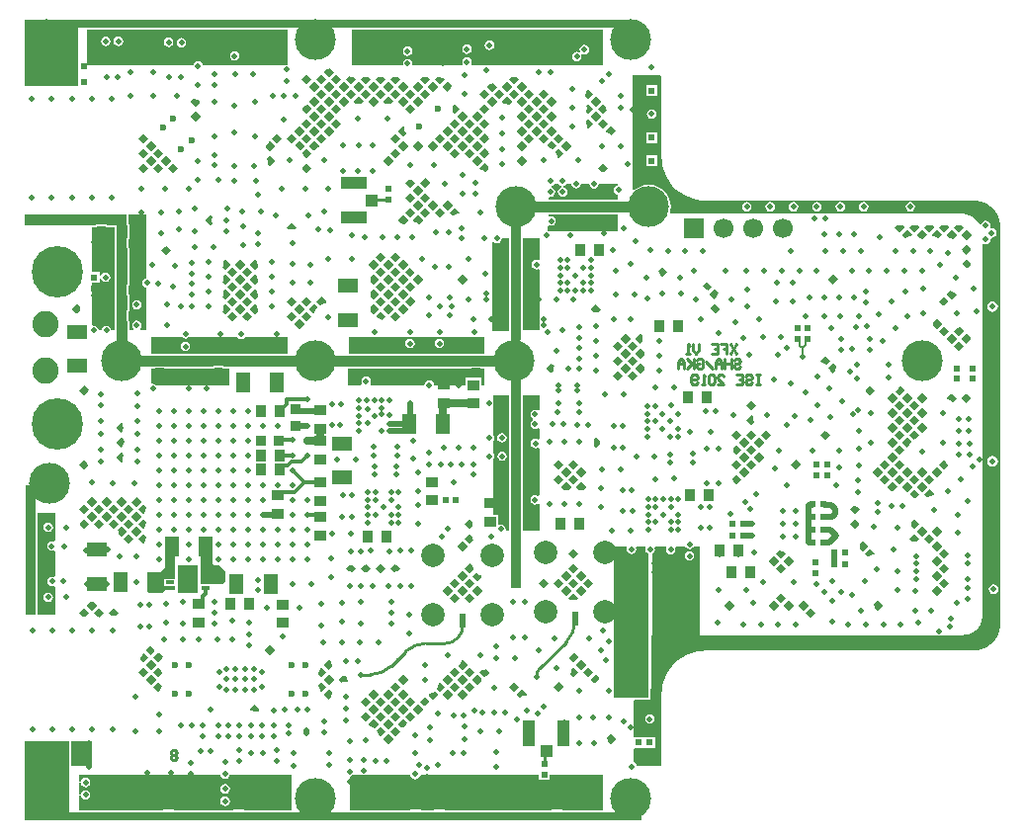
<source format=gbl>
G04*
G04 #@! TF.GenerationSoftware,Altium Limited,Altium Designer,19.0.15 (446)*
G04*
G04 Layer_Physical_Order=8*
G04 Layer_Color=16711680*
%FSLAX25Y25*%
%MOIN*%
G70*
G01*
G75*
%ADD10R,0.03543X0.03937*%
%ADD11R,0.03937X0.03543*%
%ADD12R,0.02441X0.02284*%
%ADD14R,0.03740X0.03937*%
%ADD16R,0.02441X0.02441*%
%ADD25R,0.04528X0.07087*%
%ADD26R,0.07087X0.04528*%
%ADD37R,0.02441X0.02441*%
%ADD41R,0.03937X0.03740*%
%ADD58R,0.03150X0.01181*%
%ADD75R,0.04134X0.08661*%
%ADD76R,0.03937X0.04134*%
%ADD79R,0.08661X0.04134*%
%ADD80R,0.04134X0.03937*%
%ADD180C,0.00945*%
%ADD183C,0.00945*%
%ADD186C,0.00787*%
%ADD188C,0.01181*%
%ADD189C,0.01968*%
%ADD191C,0.02756*%
%ADD195C,0.01000*%
%ADD205C,0.13780*%
%ADD206C,0.07874*%
%ADD207C,0.08858*%
%ADD208C,0.17323*%
%ADD209C,0.06693*%
%ADD210R,0.06693X0.06693*%
%ADD211C,0.01968*%
%ADD212C,0.02362*%
%ADD219R,0.06890X0.09646*%
%ADD220R,0.01968X0.04724*%
%ADD221R,0.03740X0.03740*%
%ADD222R,0.03740X0.03740*%
G36*
X89863Y256000D02*
X61076D01*
X61031Y256225D01*
X60683Y256746D01*
X60162Y257094D01*
X59547Y257216D01*
X58933Y257094D01*
X58412Y256746D01*
X58064Y256225D01*
X58019Y256000D01*
X22165D01*
Y267963D01*
X89863D01*
Y256000D01*
D02*
G37*
G36*
X195965Y255901D02*
X151941D01*
X151747Y256265D01*
X151722Y256401D01*
X151835Y256967D01*
X151712Y257581D01*
X151364Y258102D01*
X150843Y258450D01*
X150229Y258572D01*
X149615Y258450D01*
X149094Y258102D01*
X148746Y257581D01*
X148623Y256967D01*
X148736Y256401D01*
X148711Y256265D01*
X148517Y255901D01*
X132117D01*
X131800Y256288D01*
X131822Y256398D01*
X131700Y257012D01*
X131352Y257533D01*
X130831Y257881D01*
X130217Y258003D01*
X129602Y257881D01*
X129081Y257533D01*
X128733Y257012D01*
X128611Y256398D01*
X128633Y256288D01*
X128316Y255901D01*
X111319D01*
Y267963D01*
X195965D01*
Y255901D01*
D02*
G37*
G36*
X105434Y253681D02*
X103699Y251946D01*
X101964Y253681D01*
X102345Y254062D01*
X102407Y254077D01*
X103982Y254729D01*
X104232Y254883D01*
X105434Y253681D01*
D02*
G37*
G36*
X102934Y251181D02*
X101199Y249447D01*
X99464Y251181D01*
X101199Y252916D01*
X102934Y251181D01*
D02*
G37*
G36*
X97934D02*
X96199Y249447D01*
X94464Y251181D01*
X96199Y252916D01*
X97934Y251181D01*
D02*
G37*
G36*
X122934D02*
X121199Y249447D01*
X119464Y251181D01*
X120213Y251930D01*
X122185D01*
X122934Y251181D01*
D02*
G37*
G36*
X111319Y251930D02*
X112185D01*
X112934Y251181D01*
X111199Y249447D01*
X109464Y251181D01*
X110342Y252059D01*
X111319Y251930D01*
D02*
G37*
G36*
X107934Y251181D02*
X106199Y249447D01*
X104464Y251181D01*
X106199Y252916D01*
X107934Y251181D01*
D02*
G37*
G36*
X137934D02*
X136199Y249447D01*
X134464Y251181D01*
X135213Y251930D01*
X137185D01*
X137934Y251181D01*
D02*
G37*
G36*
X140743Y251800D02*
X142028Y251631D01*
X142431Y251684D01*
X142934Y251181D01*
X141199Y249447D01*
X139464Y251181D01*
X140214Y251930D01*
X140428D01*
X140743Y251800D01*
D02*
G37*
G36*
X167934Y251181D02*
X166199Y249447D01*
X164464Y251181D01*
X165214Y251930D01*
X167185D01*
X167934Y251181D01*
D02*
G37*
G36*
X117934D02*
X116199Y249447D01*
X114464Y251181D01*
X115214Y251930D01*
X117185D01*
X117934Y251181D01*
D02*
G37*
G36*
X127934D02*
X126199Y249447D01*
X124464Y251181D01*
X125214Y251930D01*
X127185D01*
X127934Y251181D01*
D02*
G37*
G36*
X206201Y268602D02*
X18996D01*
Y248917D01*
X1000D01*
Y271343D01*
X206201D01*
Y268602D01*
D02*
G37*
G36*
X145209Y248905D02*
X145143Y248819D01*
X144840Y248087D01*
X143699Y246947D01*
X141964Y248681D01*
X143699Y250416D01*
X145209Y248905D01*
D02*
G37*
G36*
X100434Y248681D02*
X98699Y246947D01*
X96964Y248681D01*
X98699Y250416D01*
X100434Y248681D01*
D02*
G37*
G36*
X170434D02*
X168699Y246947D01*
X166964Y248681D01*
X168699Y250416D01*
X170434Y248681D01*
D02*
G37*
G36*
X120434D02*
X118699Y246947D01*
X116964Y248681D01*
X118699Y250416D01*
X120434Y248681D01*
D02*
G37*
G36*
X105434D02*
X103699Y246947D01*
X101964Y248681D01*
X103699Y250416D01*
X105434Y248681D01*
D02*
G37*
G36*
X130434D02*
X128699Y246947D01*
X126964Y248681D01*
X128699Y250416D01*
X130434Y248681D01*
D02*
G37*
G36*
X165434D02*
X163699Y246947D01*
X161964Y248681D01*
X163699Y250416D01*
X165434Y248681D01*
D02*
G37*
G36*
X115434D02*
X113699Y246947D01*
X111964Y248681D01*
X113699Y250416D01*
X115434Y248681D01*
D02*
G37*
G36*
X135434D02*
X133699Y246947D01*
X131964Y248681D01*
X133699Y250416D01*
X135434Y248681D01*
D02*
G37*
G36*
X160434D02*
X158699Y246947D01*
X156964Y248681D01*
X157684Y249400D01*
X158152Y249462D01*
X159213Y249902D01*
X160434Y248681D01*
D02*
G37*
G36*
X110434D02*
X108699Y246947D01*
X106964Y248681D01*
X108699Y250416D01*
X110434Y248681D01*
D02*
G37*
G36*
X140434D02*
X138699Y246947D01*
X136964Y248681D01*
X138699Y250416D01*
X140434Y248681D01*
D02*
G37*
G36*
X125434D02*
X123699Y246947D01*
X121964Y248681D01*
X123699Y250416D01*
X125434Y248681D01*
D02*
G37*
G36*
X192934Y246181D02*
X191199Y244446D01*
X190153Y245492D01*
X190554Y246459D01*
X190676Y247393D01*
X191199Y247916D01*
X192934Y246181D01*
D02*
G37*
G36*
X167934D02*
X166199Y244446D01*
X164464Y246181D01*
X166199Y247916D01*
X167934Y246181D01*
D02*
G37*
G36*
X117934D02*
X116199Y244446D01*
X114464Y246181D01*
X116199Y247916D01*
X117934Y246181D01*
D02*
G37*
G36*
X157934D02*
X156199Y244446D01*
X154464Y246181D01*
X156199Y247916D01*
X157934Y246181D01*
D02*
G37*
G36*
X107934D02*
X106199Y244446D01*
X104464Y246181D01*
X106199Y247916D01*
X107934Y246181D01*
D02*
G37*
G36*
X177934D02*
X176199Y244446D01*
X174464Y246181D01*
X176199Y247916D01*
X177934Y246181D01*
D02*
G37*
G36*
X127934D02*
X126199Y244446D01*
X124464Y246181D01*
X126199Y247916D01*
X127934Y246181D01*
D02*
G37*
G36*
X102934D02*
X101199Y244446D01*
X99464Y246181D01*
X101199Y247916D01*
X102934Y246181D01*
D02*
G37*
G36*
X137934D02*
X136889Y245136D01*
X136729Y245014D01*
X136607Y244854D01*
X136199Y244446D01*
X134464Y246181D01*
X136199Y247916D01*
X137934Y246181D01*
D02*
G37*
G36*
X112934D02*
X111199Y244446D01*
X109464Y246181D01*
X111199Y247916D01*
X112934Y246181D01*
D02*
G37*
G36*
X162934D02*
X161199Y244446D01*
X159464Y246181D01*
X161199Y247916D01*
X162934Y246181D01*
D02*
G37*
G36*
X172934D02*
X171199Y244446D01*
X169464Y246181D01*
X171199Y247916D01*
X172934Y246181D01*
D02*
G37*
G36*
X122934D02*
X121199Y244446D01*
X119464Y246181D01*
X121199Y247916D01*
X122934Y246181D01*
D02*
G37*
G36*
X132934D02*
X131199Y244446D01*
X129464Y246181D01*
X131199Y247916D01*
X132934Y246181D01*
D02*
G37*
G36*
X125434Y243681D02*
X124479Y242726D01*
X123567Y242846D01*
X122889Y242757D01*
X121964Y243681D01*
X123699Y245416D01*
X125434Y243681D01*
D02*
G37*
G36*
X115434D02*
X114479Y242726D01*
X113567Y242846D01*
X112889Y242757D01*
X111964Y243681D01*
X113699Y245416D01*
X115434Y243681D01*
D02*
G37*
G36*
X165434D02*
X164318Y242566D01*
X163489Y242909D01*
X162622Y243023D01*
X161964Y243681D01*
X163699Y245416D01*
X165434Y243681D01*
D02*
G37*
G36*
X195434D02*
X193699Y241947D01*
X191964Y243681D01*
X193699Y245416D01*
X195434Y243681D01*
D02*
G37*
G36*
X110434D02*
X108699Y241947D01*
X106964Y243681D01*
X108699Y245416D01*
X110434Y243681D01*
D02*
G37*
G36*
X160434D02*
X158699Y241947D01*
X156964Y243681D01*
X158699Y245416D01*
X160434Y243681D01*
D02*
G37*
G36*
X58262Y244516D02*
X59547Y244347D01*
X59734Y244372D01*
X60074Y244031D01*
X59996Y243434D01*
X60018Y243265D01*
X58699Y241947D01*
X56964Y243681D01*
X57935Y244652D01*
X58262Y244516D01*
D02*
G37*
G36*
X100434Y243681D02*
X98699Y241947D01*
X96964Y243681D01*
X98699Y245416D01*
X100434Y243681D01*
D02*
G37*
G36*
X175434D02*
X173699Y241947D01*
X171964Y243681D01*
X173699Y245416D01*
X175434Y243681D01*
D02*
G37*
G36*
X170434D02*
X168699Y241947D01*
X166964Y243681D01*
X168699Y245416D01*
X170434Y243681D01*
D02*
G37*
G36*
X120434D02*
X118699Y241947D01*
X116964Y243681D01*
X118699Y245416D01*
X120434Y243681D01*
D02*
G37*
G36*
X105434D02*
X103699Y241947D01*
X101964Y243681D01*
X103699Y245416D01*
X105434Y243681D01*
D02*
G37*
G36*
X180434D02*
X178699Y241947D01*
X176964Y243681D01*
X178699Y245416D01*
X180434Y243681D01*
D02*
G37*
G36*
X130434D02*
X128699Y241947D01*
X126964Y243681D01*
X128699Y245416D01*
X130434Y243681D01*
D02*
G37*
G36*
X135434D02*
X133699Y241947D01*
X131964Y243681D01*
X133699Y245416D01*
X135434Y243681D01*
D02*
G37*
G36*
X192934Y241181D02*
X191199Y239446D01*
X190514Y240131D01*
X190523Y240152D01*
X190692Y241437D01*
X190579Y242296D01*
X191199Y242916D01*
X192934Y241181D01*
D02*
G37*
G36*
X172934D02*
X171199Y239446D01*
X169464Y241181D01*
X171199Y242916D01*
X172934Y241181D01*
D02*
G37*
G36*
X197249Y241865D02*
X197202Y241504D01*
X197324Y240572D01*
X196199Y239446D01*
X194464Y241181D01*
X196199Y242916D01*
X197249Y241865D01*
D02*
G37*
G36*
X146960Y242038D02*
X147159Y241955D01*
X147934Y241181D01*
X146199Y239446D01*
X145395Y240250D01*
X145542Y241364D01*
X145438Y242154D01*
X146033Y242749D01*
X146960Y242038D01*
D02*
G37*
G36*
X97934Y241181D02*
X96199Y239446D01*
X94817Y240828D01*
X94884Y241370D01*
X94925Y241427D01*
X95916Y242188D01*
X96124Y242459D01*
X96623Y242492D01*
X97934Y241181D01*
D02*
G37*
G36*
X102934D02*
X101199Y239446D01*
X99464Y241181D01*
X101199Y242916D01*
X102934Y241181D01*
D02*
G37*
G36*
X157934D02*
X156199Y239446D01*
X154464Y241181D01*
X156199Y242916D01*
X157934Y241181D01*
D02*
G37*
G36*
X107934D02*
X106199Y239446D01*
X104464Y241181D01*
X106199Y242916D01*
X107934Y241181D01*
D02*
G37*
G36*
X177934D02*
X176199Y239446D01*
X174464Y241181D01*
X176199Y242916D01*
X177934Y241181D01*
D02*
G37*
G36*
X132934D02*
X131199Y239446D01*
X129464Y241181D01*
X131199Y242916D01*
X132934Y241181D01*
D02*
G37*
G36*
X195434Y238681D02*
X193699Y236947D01*
X191964Y238681D01*
X193699Y240416D01*
X195434Y238681D01*
D02*
G37*
G36*
X60434D02*
X58699Y236947D01*
X56964Y238681D01*
X58699Y240416D01*
X60434Y238681D01*
D02*
G37*
G36*
X150434D02*
X148699Y236947D01*
X146964Y238681D01*
X148699Y240416D01*
X150434Y238681D01*
D02*
G37*
G36*
X100434D02*
X98699Y236947D01*
X96964Y238681D01*
X98699Y240416D01*
X100434Y238681D01*
D02*
G37*
G36*
X170434D02*
X168699Y236947D01*
X167113Y238532D01*
X167079Y238795D01*
X168699Y240416D01*
X170434Y238681D01*
D02*
G37*
G36*
X175434D02*
X173699Y236947D01*
X171964Y238681D01*
X173699Y240416D01*
X175434Y238681D01*
D02*
G37*
G36*
X155434D02*
X153699Y236947D01*
X151964Y238681D01*
X153699Y240416D01*
X155434Y238681D01*
D02*
G37*
G36*
X105434D02*
X103699Y236947D01*
X101964Y238681D01*
X103699Y240416D01*
X105434Y238681D01*
D02*
G37*
G36*
X180434D02*
X178699Y236947D01*
X176964Y238681D01*
X178699Y240416D01*
X180434Y238681D01*
D02*
G37*
G36*
X197934Y236181D02*
X196199Y234447D01*
X194464Y236181D01*
X196199Y237916D01*
X197934Y236181D01*
D02*
G37*
G36*
X147934D02*
X146199Y234447D01*
X144464Y236181D01*
X146199Y237916D01*
X147934Y236181D01*
D02*
G37*
G36*
X97934D02*
X96199Y234447D01*
X94464Y236181D01*
X96199Y237916D01*
X97934Y236181D01*
D02*
G37*
G36*
X157499Y236616D02*
X157753Y236001D01*
X156199Y234447D01*
X154464Y236181D01*
X156199Y237916D01*
X157499Y236616D01*
D02*
G37*
G36*
X107934Y236181D02*
X106199Y234447D01*
X104464Y236181D01*
X106199Y237916D01*
X107934Y236181D01*
D02*
G37*
G36*
X152934D02*
X151199Y234447D01*
X149464Y236181D01*
X151199Y237916D01*
X152934Y236181D01*
D02*
G37*
G36*
X102934D02*
X101199Y234447D01*
X99464Y236181D01*
X101199Y237916D01*
X102934Y236181D01*
D02*
G37*
G36*
X177934D02*
X176199Y234447D01*
X174464Y236181D01*
X176199Y237916D01*
X177934Y236181D01*
D02*
G37*
G36*
X192934D02*
X191199Y234447D01*
X190683Y234962D01*
X190723Y235263D01*
X190554Y236548D01*
X190342Y237059D01*
X191199Y237916D01*
X192934Y236181D01*
D02*
G37*
G36*
X172934D02*
X171199Y234447D01*
X169464Y236181D01*
X171199Y237916D01*
X172934Y236181D01*
D02*
G37*
G36*
X200434Y233681D02*
X199141Y232388D01*
X198942Y232236D01*
X198099Y232882D01*
X197526Y233120D01*
X196964Y233681D01*
X198699Y235416D01*
X200434Y233681D01*
D02*
G37*
G36*
X145434D02*
X143699Y231946D01*
X141964Y233681D01*
X143699Y235416D01*
X145434Y233681D01*
D02*
G37*
G36*
X95434D02*
X93699Y231946D01*
X91964Y233681D01*
X93699Y235416D01*
X95434Y233681D01*
D02*
G37*
G36*
X150434D02*
X148699Y231946D01*
X146964Y233681D01*
X148699Y235416D01*
X150434Y233681D01*
D02*
G37*
G36*
X100434D02*
X98699Y231946D01*
X96964Y233681D01*
X98699Y235416D01*
X100434Y233681D01*
D02*
G37*
G36*
X155434D02*
X153699Y231946D01*
X151964Y233681D01*
X153699Y235416D01*
X155434Y233681D01*
D02*
G37*
G36*
X105434D02*
X103699Y231946D01*
X101964Y233681D01*
X103699Y235416D01*
X105434Y233681D01*
D02*
G37*
G36*
X170434D02*
X168699Y231946D01*
X167079Y233566D01*
X167053Y233769D01*
X168699Y235416D01*
X170434Y233681D01*
D02*
G37*
G36*
X180434D02*
X178699Y231946D01*
X176964Y233681D01*
X178699Y235416D01*
X180434Y233681D01*
D02*
G37*
G36*
X129089Y235026D02*
X129241Y233875D01*
X129647Y232894D01*
X128699Y231946D01*
X126964Y233681D01*
X128699Y235416D01*
X129089Y235026D01*
D02*
G37*
G36*
X175434Y233681D02*
X173699Y231946D01*
X171964Y233681D01*
X173699Y235416D01*
X175434Y233681D01*
D02*
G37*
G36*
X181879Y232235D02*
X182249Y231754D01*
X182560Y231515D01*
X182674Y230921D01*
X181199Y229447D01*
X179464Y231181D01*
X181199Y232916D01*
X181879Y232235D01*
D02*
G37*
G36*
X152934Y231181D02*
X151199Y229447D01*
X149464Y231181D01*
X151199Y232916D01*
X152934Y231181D01*
D02*
G37*
G36*
X102934D02*
X101199Y229447D01*
X99464Y231181D01*
X101199Y232916D01*
X102934Y231181D01*
D02*
G37*
G36*
X147934D02*
X146199Y229447D01*
X144464Y231181D01*
X146199Y232916D01*
X147934Y231181D01*
D02*
G37*
G36*
X97934D02*
X96199Y229447D01*
X94464Y231181D01*
X96199Y232916D01*
X97934Y231181D01*
D02*
G37*
G36*
X172934D02*
X171199Y229447D01*
X169464Y231181D01*
X171199Y232916D01*
X172934Y231181D01*
D02*
G37*
G36*
X157395Y231720D02*
X157410Y231605D01*
X157688Y230935D01*
X156199Y229447D01*
X154464Y231181D01*
X156199Y232916D01*
X157395Y231720D01*
D02*
G37*
G36*
X87934Y231181D02*
X86199Y229447D01*
X84464Y231181D01*
X86199Y232916D01*
X87934Y231181D01*
D02*
G37*
G36*
X142934D02*
X141199Y229447D01*
X139464Y231181D01*
X141199Y232916D01*
X142934Y231181D01*
D02*
G37*
G36*
X92934D02*
X91199Y229447D01*
X89464Y231181D01*
X91199Y232916D01*
X92934Y231181D01*
D02*
G37*
G36*
X42934D02*
X41199Y229447D01*
X39464Y231181D01*
X41199Y232916D01*
X42934Y231181D01*
D02*
G37*
G36*
X177934D02*
X176199Y229447D01*
X174464Y231181D01*
X176199Y232916D01*
X177934Y231181D01*
D02*
G37*
G36*
X127934D02*
X126199Y229447D01*
X124464Y231181D01*
X126199Y232916D01*
X127934Y231181D01*
D02*
G37*
G36*
X180434Y228681D02*
X179205Y227452D01*
X178466Y228019D01*
X177436Y228446D01*
X177291Y228885D01*
X177299Y229015D01*
X178699Y230416D01*
X180434Y228681D01*
D02*
G37*
G36*
X95434D02*
X94108Y227356D01*
X94085Y227357D01*
X93057Y228146D01*
X92406Y228416D01*
X92286Y229002D01*
X93699Y230416D01*
X95434Y228681D01*
D02*
G37*
G36*
X100434D02*
X100033Y228281D01*
X99708Y228146D01*
X98680Y227357D01*
X98312Y227333D01*
X96964Y228681D01*
X98699Y230416D01*
X100434Y228681D01*
D02*
G37*
G36*
X140434D02*
X138731Y226979D01*
X138674Y226971D01*
X136964Y228681D01*
X138699Y230416D01*
X140434Y228681D01*
D02*
G37*
G36*
X185434D02*
X183699Y226946D01*
X181964Y228681D01*
X183699Y230416D01*
X185434Y228681D01*
D02*
G37*
G36*
X150434D02*
X148699Y226946D01*
X146964Y228681D01*
X148699Y230416D01*
X150434Y228681D01*
D02*
G37*
G36*
X134042Y230073D02*
X135434Y228681D01*
X133699Y226946D01*
X131964Y228681D01*
X133436Y230153D01*
X134042Y230073D01*
D02*
G37*
G36*
X85434Y228681D02*
X83699Y226946D01*
X82290Y228356D01*
X82300Y228507D01*
X83089Y229535D01*
X83280Y229997D01*
X83699Y230416D01*
X85434Y228681D01*
D02*
G37*
G36*
X145434D02*
X143699Y226946D01*
X141964Y228681D01*
X143699Y230416D01*
X145434Y228681D01*
D02*
G37*
G36*
X45434D02*
X43699Y226946D01*
X41964Y228681D01*
X43699Y230416D01*
X45434Y228681D01*
D02*
G37*
G36*
X155434D02*
X153699Y226946D01*
X151964Y228681D01*
X153699Y230416D01*
X155434Y228681D01*
D02*
G37*
G36*
X130434D02*
X128699Y226946D01*
X126964Y228681D01*
X128699Y230416D01*
X130434Y228681D01*
D02*
G37*
G36*
X170434D02*
X168699Y226946D01*
X167045Y228600D01*
X167027Y228743D01*
X168699Y230416D01*
X170434Y228681D01*
D02*
G37*
G36*
X157361Y226754D02*
X157410Y226381D01*
X157622Y225869D01*
X156199Y224447D01*
X154464Y226181D01*
X156199Y227916D01*
X157361Y226754D01*
D02*
G37*
G36*
X127934Y226181D02*
X126199Y224447D01*
X124464Y226181D01*
X126199Y227916D01*
X127934Y226181D01*
D02*
G37*
G36*
X152934D02*
X151199Y224447D01*
X149464Y226181D01*
X151199Y227916D01*
X152934Y226181D01*
D02*
G37*
G36*
X97860Y226255D02*
X97756Y226003D01*
X96199Y224447D01*
X95268Y225377D01*
X94874Y226329D01*
X94761Y226477D01*
X96199Y227916D01*
X97860Y226255D01*
D02*
G37*
G36*
X47934Y226181D02*
X46199Y224447D01*
X44464Y226181D01*
X46199Y227916D01*
X47934Y226181D01*
D02*
G37*
G36*
X147934D02*
X146199Y224447D01*
X144464Y226181D01*
X146199Y227916D01*
X147934Y226181D01*
D02*
G37*
G36*
X182934D02*
X181199Y224447D01*
X180800Y224846D01*
X180779Y225005D01*
X180283Y226202D01*
X179937Y226654D01*
X181199Y227916D01*
X182934Y226181D01*
D02*
G37*
G36*
X42934D02*
X41199Y224447D01*
X39464Y226181D01*
X41199Y227916D01*
X42934Y226181D01*
D02*
G37*
G36*
X155434Y223681D02*
X153699Y221947D01*
X151964Y223681D01*
X153699Y225416D01*
X155434Y223681D01*
D02*
G37*
G36*
X45434D02*
X43699Y221947D01*
X41964Y223681D01*
X43699Y225416D01*
X45434Y223681D01*
D02*
G37*
G36*
X50434D02*
X48699Y221947D01*
X46964Y223681D01*
X48699Y225416D01*
X50434Y223681D01*
D02*
G37*
G36*
X125434D02*
X123699Y221947D01*
X121964Y223681D01*
X123699Y225416D01*
X125434Y223681D01*
D02*
G37*
G36*
X170434D02*
X168699Y221947D01*
X167011Y223634D01*
X167000Y223717D01*
X168699Y225416D01*
X170434Y223681D01*
D02*
G37*
G36*
X85434D02*
X83699Y221947D01*
X83252Y222394D01*
X83141Y223234D01*
X82665Y224382D01*
X83699Y225416D01*
X85434Y223681D01*
D02*
G37*
G36*
X197934Y221181D02*
X196754Y220002D01*
X195779D01*
X195592Y220145D01*
X195435Y220210D01*
X194464Y221181D01*
X196199Y222916D01*
X197934Y221181D01*
D02*
G37*
G36*
X157327Y221788D02*
X157410Y221156D01*
X157556Y220804D01*
X156472Y219720D01*
X155533Y220441D01*
X154973Y220672D01*
X154464Y221181D01*
X156199Y222916D01*
X157327Y221788D01*
D02*
G37*
G36*
X42934Y221181D02*
X41199Y219446D01*
X39464Y221181D01*
X41199Y222916D01*
X42934Y221181D01*
D02*
G37*
G36*
X97934D02*
X96199Y219446D01*
X94616Y221029D01*
X94874Y221365D01*
X95033Y221750D01*
X96199Y222916D01*
X97934Y221181D01*
D02*
G37*
G36*
X47934D02*
X46199Y219446D01*
X44464Y221181D01*
X46199Y222916D01*
X47934Y221181D01*
D02*
G37*
G36*
X52934D02*
X51199Y219446D01*
X49464Y221181D01*
X51199Y222916D01*
X52934Y221181D01*
D02*
G37*
G36*
X132934Y216181D02*
X131199Y214446D01*
X129464Y216181D01*
X130452Y217169D01*
X131102Y217084D01*
X131923Y217192D01*
X132934Y216181D01*
D02*
G37*
G36*
X137660Y216455D02*
X137641Y215889D01*
X136199Y214446D01*
X134464Y216181D01*
X136199Y217916D01*
X137660Y216455D01*
D02*
G37*
G36*
X201081Y215346D02*
X200665Y215263D01*
X200144Y214915D01*
X199796Y214394D01*
X199674Y213779D01*
X199796Y213165D01*
X200144Y212644D01*
X200665Y212296D01*
X201081Y212213D01*
Y210482D01*
X177756D01*
Y211186D01*
X178256Y211596D01*
X178417Y211564D01*
X179031Y211686D01*
X179552Y212034D01*
X179900Y212555D01*
X180022Y213170D01*
X179900Y213784D01*
X179552Y214305D01*
X179031Y214653D01*
X178863Y214686D01*
Y215196D01*
X179031Y215230D01*
X179552Y215578D01*
X179855Y216031D01*
X181055D01*
X181345Y215597D01*
X181866Y215249D01*
X182033Y215215D01*
Y214706D01*
X181866Y214672D01*
X181345Y214324D01*
X180997Y213803D01*
X180875Y213189D01*
X180997Y212575D01*
X181345Y212054D01*
X181866Y211705D01*
X182480Y211583D01*
X183095Y211705D01*
X183616Y212054D01*
X183964Y212575D01*
X184086Y213189D01*
X183964Y213803D01*
X183616Y214324D01*
X183095Y214672D01*
X182927Y214706D01*
Y215215D01*
X183095Y215249D01*
X183616Y215597D01*
X183905Y216031D01*
X185386D01*
X185472Y215926D01*
X185594Y215311D01*
X185942Y214790D01*
X186463Y214442D01*
X187078Y214320D01*
X187692Y214442D01*
X188213Y214790D01*
X188561Y215311D01*
X188683Y215926D01*
X188770Y216031D01*
X191353D01*
X191505Y215846D01*
X191627Y215232D01*
X191975Y214711D01*
X192496Y214363D01*
X193110Y214241D01*
X193725Y214363D01*
X194246Y214711D01*
X194594Y215232D01*
X194716Y215846D01*
X194867Y216031D01*
X201081D01*
Y215346D01*
D02*
G37*
G36*
X135434Y213681D02*
X133699Y211947D01*
X131964Y213681D01*
X133699Y215416D01*
X135434Y213681D01*
D02*
G37*
G36*
X132934Y211181D02*
X131199Y209447D01*
X129464Y211181D01*
X131199Y212916D01*
X132934Y211181D01*
D02*
G37*
G36*
X137934D02*
X136199Y209447D01*
X134464Y211181D01*
X136199Y212916D01*
X137934Y211181D01*
D02*
G37*
G36*
X145434Y208681D02*
X143699Y206946D01*
X141964Y208681D01*
X143699Y210416D01*
X145434Y208681D01*
D02*
G37*
G36*
X140434D02*
X138699Y206946D01*
X136964Y208681D01*
X138699Y210416D01*
X140434Y208681D01*
D02*
G37*
G36*
X135434D02*
X133699Y206946D01*
X131964Y208681D01*
X133699Y210416D01*
X135434Y208681D01*
D02*
G37*
G36*
X147842Y206273D02*
X147558Y205850D01*
X147017Y205779D01*
X145820Y205283D01*
X145561Y205084D01*
X144464Y206181D01*
X146199Y207916D01*
X147842Y206273D01*
D02*
G37*
G36*
X137934Y206181D02*
X136199Y204447D01*
X134464Y206181D01*
X136199Y207916D01*
X137934Y206181D01*
D02*
G37*
G36*
X132934D02*
X131199Y204447D01*
X129464Y206181D01*
X131199Y207916D01*
X132934Y206181D01*
D02*
G37*
G36*
X142934D02*
X141199Y204447D01*
X139464Y206181D01*
X141199Y207916D01*
X142934Y206181D01*
D02*
G37*
G36*
X135434Y203681D02*
X134098Y202345D01*
X133175Y202728D01*
X132879Y202767D01*
X131964Y203681D01*
X133699Y205416D01*
X135434Y203681D01*
D02*
G37*
G36*
X130434D02*
X129037Y202284D01*
X128203Y202629D01*
X127988Y202658D01*
X126964Y203681D01*
X128699Y205416D01*
X130434Y203681D01*
D02*
G37*
G36*
X64374Y204741D02*
X64229Y203642D01*
X64365Y202612D01*
X63699Y201946D01*
X61964Y203681D01*
X63699Y205416D01*
X64374Y204741D01*
D02*
G37*
G36*
X200977Y199815D02*
X185892D01*
X185752Y199909D01*
X185138Y200031D01*
X184523Y199909D01*
X184384Y199815D01*
X177559D01*
Y201591D01*
X177969Y201874D01*
X178059Y201860D01*
X178660Y201741D01*
X179274Y201863D01*
X179795Y202211D01*
X180143Y202732D01*
X180265Y203346D01*
X180143Y203961D01*
X179795Y204482D01*
X179274Y204830D01*
X178660Y204952D01*
X178059Y204833D01*
X177969Y204819D01*
X177617Y205062D01*
X177617Y205562D01*
X200977D01*
Y199815D01*
D02*
G37*
G36*
X92934Y201181D02*
X92299Y200546D01*
X91339Y200672D01*
X90132Y200514D01*
X89464Y201181D01*
X91199Y202916D01*
X92934Y201181D01*
D02*
G37*
G36*
X302934D02*
X301199Y199446D01*
X299464Y201181D01*
X300076Y201792D01*
X302323D01*
X302934Y201181D01*
D02*
G37*
G36*
X297934D02*
X296199Y199446D01*
X294464Y201181D01*
X295075Y201792D01*
X297323D01*
X297934Y201181D01*
D02*
G37*
G36*
X312934D02*
X311199Y199446D01*
X309464Y201181D01*
X310075Y201792D01*
X312323D01*
X312934Y201181D01*
D02*
G37*
G36*
X307934D02*
X306199Y199446D01*
X304464Y201181D01*
X305076Y201792D01*
X307323D01*
X307934Y201181D01*
D02*
G37*
G36*
X317021Y201776D02*
X317418Y201697D01*
X317934Y201181D01*
X316199Y199446D01*
X314464Y201181D01*
X315075Y201792D01*
X316684D01*
X317021Y201776D01*
D02*
G37*
G36*
X300434Y198681D02*
X299935Y198183D01*
X299405Y198113D01*
X298208Y197617D01*
X298106Y197539D01*
X296964Y198681D01*
X298699Y200416D01*
X300434Y198681D01*
D02*
G37*
G36*
X310434D02*
X309216Y197464D01*
X309077Y197571D01*
X307880Y198067D01*
X307533Y198112D01*
X306964Y198681D01*
X308699Y200416D01*
X310434Y198681D01*
D02*
G37*
G36*
X315434D02*
X314018Y197266D01*
X313745Y197379D01*
X313194Y197452D01*
X311964Y198681D01*
X313699Y200416D01*
X315434Y198681D01*
D02*
G37*
G36*
X305434D02*
X304472Y197720D01*
X304113Y197571D01*
X303672Y197233D01*
X303172Y197617D01*
X302927Y197718D01*
X301964Y198681D01*
X303699Y200416D01*
X305434Y198681D01*
D02*
G37*
G36*
X320434D02*
X318699Y196947D01*
X316964Y198681D01*
X318699Y200416D01*
X320434Y198681D01*
D02*
G37*
G36*
X164321Y166240D02*
X158821D01*
Y196047D01*
X158908Y196116D01*
X159321Y196268D01*
X159720Y196001D01*
X160335Y195879D01*
X160949Y196001D01*
X161470Y196349D01*
X161818Y196870D01*
X161940Y197485D01*
X161985Y197539D01*
X164321D01*
Y166240D01*
D02*
G37*
G36*
X215929Y252107D02*
X215928Y224902D01*
X215930Y224888D01*
X215928Y224875D01*
X215957Y223974D01*
X215967Y223935D01*
X215964Y223896D01*
X216199Y222109D01*
X216216Y222058D01*
X216220Y222006D01*
X216686Y220265D01*
X216710Y220217D01*
X216720Y220165D01*
X217410Y218500D01*
X217439Y218456D01*
X217456Y218406D01*
X218357Y216845D01*
X218392Y216805D01*
X218416Y216757D01*
X219513Y215327D01*
X219553Y215293D01*
X219582Y215248D01*
X220857Y213974D01*
X220901Y213945D01*
X220936Y213905D01*
X222366Y212807D01*
X222413Y212784D01*
X222453Y212749D01*
X224014Y211848D01*
X224064Y211831D01*
X224108Y211801D01*
X225773Y211112D01*
X225825Y211101D01*
X225873Y211078D01*
X227614Y210611D01*
X227667Y210608D01*
X227717Y210591D01*
X229504Y210356D01*
X229544Y210358D01*
X229582Y210349D01*
X230312Y210325D01*
X230342Y210319D01*
X230513Y210319D01*
X230513Y210319D01*
X321061Y210319D01*
X321951D01*
X323698Y209972D01*
X325343Y209290D01*
X326823Y208301D01*
X328083Y207042D01*
X329072Y205561D01*
X329753Y203916D01*
X330101Y202170D01*
X330101Y201279D01*
X330101Y67421D01*
X330101Y66531D01*
X329753Y64784D01*
X329072Y63139D01*
X328083Y61659D01*
X326824Y60400D01*
X325343Y59410D01*
X323698Y58729D01*
X321951Y58381D01*
X321061D01*
X230510Y58381D01*
X230497Y58379D01*
X230484Y58381D01*
X229582Y58352D01*
X229544Y58343D01*
X229504Y58345D01*
X227717Y58110D01*
X227667Y58093D01*
X227614Y58089D01*
X225873Y57623D01*
X225825Y57600D01*
X225773Y57589D01*
X224108Y56899D01*
X224064Y56870D01*
X224014Y56853D01*
X222453Y55952D01*
X222413Y55917D01*
X222366Y55893D01*
X220936Y54796D01*
X220901Y54756D01*
X220857Y54727D01*
X219582Y53452D01*
X219553Y53408D01*
X219513Y53373D01*
X218416Y51943D01*
X218392Y51896D01*
X218357Y51856D01*
X217456Y50295D01*
X217439Y50245D01*
X217410Y50201D01*
X216720Y48536D01*
X216710Y48484D01*
X216686Y48436D01*
X216220Y46695D01*
X216216Y46642D01*
X216199Y46592D01*
X215964Y44805D01*
X215967Y44765D01*
X215957Y44727D01*
X215928Y43826D01*
X215930Y43812D01*
X215928Y43799D01*
Y19390D01*
X207492D01*
X207389Y19906D01*
X207041Y20427D01*
X206520Y20775D01*
X206376Y20803D01*
X206373Y25184D01*
X206873Y25650D01*
X213622D01*
Y29272D01*
X206457Y29272D01*
X206370Y29736D01*
X206362Y41428D01*
X206716Y41782D01*
X211516D01*
X211968Y41969D01*
X212155Y42421D01*
Y45472D01*
X212598D01*
Y63691D01*
X212618D01*
X212618Y91126D01*
X212664Y91135D01*
X213184Y91483D01*
X213532Y92004D01*
X213655Y92618D01*
X213578Y93004D01*
X213907Y93504D01*
X217286D01*
X217493Y93116D01*
X217498Y93004D01*
X217383Y92425D01*
X217506Y91810D01*
X217854Y91289D01*
X218374Y90941D01*
X218989Y90819D01*
X219603Y90941D01*
X220124Y91289D01*
X220472Y91810D01*
X220595Y92425D01*
X220479Y93004D01*
X220485Y93116D01*
X220692Y93504D01*
X223927D01*
X224160Y93156D01*
X224681Y92808D01*
X225295Y92686D01*
X225910Y92808D01*
X226431Y93156D01*
X226663Y93504D01*
X228642D01*
X228642Y63700D01*
X316938Y63700D01*
X317408Y63700D01*
X317408Y63700D01*
X317408Y63700D01*
X318074Y63732D01*
X319380Y63992D01*
X320610Y64502D01*
X321717Y65241D01*
X322658Y66183D01*
X323398Y67290D01*
X323907Y68520D01*
X324167Y69825D01*
X324200Y70491D01*
X324200Y195387D01*
X324700Y195664D01*
X325197Y195565D01*
X325811Y195687D01*
X326332Y196035D01*
X326680Y196556D01*
X326802Y197170D01*
X326782Y197272D01*
X327165Y197705D01*
X327780Y197828D01*
X328301Y198176D01*
X328649Y198697D01*
X328771Y199311D01*
X328649Y199925D01*
X328301Y200446D01*
X327780Y200795D01*
X327165Y200917D01*
X327038Y200891D01*
X326867Y201065D01*
X326696Y201333D01*
X326802Y201870D01*
X326680Y202484D01*
X326332Y203005D01*
X325811Y203354D01*
X325197Y203476D01*
X324582Y203354D01*
X324061Y203005D01*
X323713Y202484D01*
X323663Y202234D01*
X323133Y202128D01*
X322516Y203051D01*
X321488Y204079D01*
X320279Y204887D01*
X318935Y205444D01*
X317509Y205727D01*
X316782Y205763D01*
X219052D01*
X218754Y206165D01*
X218888Y206605D01*
X219032Y208071D01*
X218888Y209537D01*
X218460Y210947D01*
X217765Y212247D01*
X216831Y213386D01*
X215692Y214321D01*
X214392Y215015D01*
X212982Y215443D01*
X211516Y215587D01*
X210049Y215443D01*
X208639Y215015D01*
X207340Y214321D01*
X206704Y213799D01*
X206252Y214013D01*
Y252461D01*
X215575D01*
X215929Y252107D01*
D02*
G37*
G36*
X50434Y193681D02*
X48699Y191946D01*
X46964Y193681D01*
X47621Y194337D01*
X48234Y194418D01*
X49268Y194847D01*
X50434Y193681D01*
D02*
G37*
G36*
X320165Y193950D02*
Y193412D01*
X318699Y191946D01*
X317327Y193318D01*
X317255Y193869D01*
X317225Y193942D01*
X318699Y195416D01*
X320165Y193950D01*
D02*
G37*
G36*
X174644Y190350D02*
X174143Y190085D01*
X173622Y190188D01*
X173008Y190066D01*
X172487Y189718D01*
X172139Y189197D01*
X172016Y188583D01*
X172139Y187968D01*
X172487Y187447D01*
X173008Y187099D01*
X173622Y186977D01*
X174143Y187081D01*
X174644Y186816D01*
Y166437D01*
X169143D01*
Y169252D01*
X169104Y169347D01*
Y172779D01*
X169143Y172874D01*
Y189724D01*
X169104Y189820D01*
Y193251D01*
X169143Y193347D01*
Y194744D01*
X169005Y195077D01*
Y197528D01*
X174644D01*
Y190350D01*
D02*
G37*
G36*
X122934Y191181D02*
X121199Y189446D01*
X119464Y191181D01*
X121199Y192916D01*
X122934Y191181D01*
D02*
G37*
G36*
X127934D02*
X126199Y189446D01*
X124464Y191181D01*
X126199Y192916D01*
X127934Y191181D01*
D02*
G37*
G36*
X320229Y188886D02*
Y188476D01*
X319174Y187422D01*
X318675Y187454D01*
X318450Y187749D01*
X317482Y188491D01*
X317376Y188727D01*
X317315Y189032D01*
X318699Y190416D01*
X320229Y188886D01*
D02*
G37*
G36*
X120434Y188681D02*
X118699Y186946D01*
X116964Y188681D01*
X118699Y190416D01*
X120434Y188681D01*
D02*
G37*
G36*
X70434D02*
X68699Y186946D01*
X67848Y187798D01*
X68018Y188209D01*
X68187Y189494D01*
X68139Y189856D01*
X68699Y190416D01*
X70434Y188681D01*
D02*
G37*
G36*
X125434D02*
X123699Y186946D01*
X121964Y188681D01*
X123699Y190416D01*
X125434Y188681D01*
D02*
G37*
G36*
X75434D02*
X73699Y186946D01*
X71964Y188681D01*
X73699Y190416D01*
X75434Y188681D01*
D02*
G37*
G36*
X130434D02*
X128699Y186946D01*
X126964Y188681D01*
X128699Y190416D01*
X130434Y188681D01*
D02*
G37*
G36*
X79531Y189583D02*
X79519Y189494D01*
X79689Y188209D01*
X79769Y188016D01*
X78699Y186946D01*
X76964Y188681D01*
X78699Y190416D01*
X79531Y189583D01*
D02*
G37*
G36*
X217768Y186347D02*
X217534Y185781D01*
X216199Y184447D01*
X215442Y185203D01*
X215424Y185340D01*
X214929Y186537D01*
X214882Y186598D01*
X216199Y187916D01*
X217768Y186347D01*
D02*
G37*
G36*
X127934Y186181D02*
X126199Y184447D01*
X124464Y186181D01*
X126199Y187916D01*
X127934Y186181D01*
D02*
G37*
G36*
X77934D02*
X76199Y184447D01*
X74464Y186181D01*
X76199Y187916D01*
X77934Y186181D01*
D02*
G37*
G36*
X122934D02*
X121199Y184447D01*
X119464Y186181D01*
X121199Y187916D01*
X122934Y186181D01*
D02*
G37*
G36*
X72934D02*
X71199Y184447D01*
X69464Y186181D01*
X71199Y187916D01*
X72934Y186181D01*
D02*
G37*
G36*
X131237Y187422D02*
X131529Y187041D01*
X132411Y186365D01*
X132533Y185781D01*
X131199Y184447D01*
X129464Y186181D01*
X130738Y187455D01*
X131237Y187422D01*
D02*
G37*
G36*
X28328Y201517D02*
X28780Y201329D01*
X31447D01*
Y166634D01*
X30208D01*
X30125Y167051D01*
X29777Y167572D01*
X29256Y167920D01*
X28642Y168043D01*
X28027Y167920D01*
X27506Y167572D01*
X27158Y167051D01*
X27075Y166634D01*
X25976D01*
X25893Y167051D01*
X25545Y167572D01*
X25024Y167920D01*
X24409Y168043D01*
X24220Y168005D01*
X23720Y168415D01*
Y182598D01*
X26319D01*
Y183909D01*
X26819Y183958D01*
X26863Y183736D01*
X27211Y183215D01*
X27732Y182867D01*
X28346Y182745D01*
X28961Y182867D01*
X29482Y183215D01*
X29830Y183736D01*
X29952Y184350D01*
X29830Y184965D01*
X29482Y185486D01*
X28961Y185834D01*
X28346Y185956D01*
X27732Y185834D01*
X27211Y185486D01*
X26863Y184965D01*
X26819Y184743D01*
X26319Y184792D01*
Y186063D01*
X23720D01*
Y201329D01*
X25157D01*
X25609Y201517D01*
X25630Y201566D01*
X28307D01*
X28328Y201517D01*
D02*
G37*
G36*
X275434Y183681D02*
X273896Y182144D01*
X273617Y182028D01*
X272061Y183584D01*
X272500Y184156D01*
X272544Y184260D01*
X273699Y185416D01*
X275434Y183681D01*
D02*
G37*
G36*
X150434D02*
X148699Y181947D01*
X146964Y183681D01*
X148699Y185416D01*
X150434Y183681D01*
D02*
G37*
G36*
X120434D02*
X118699Y181947D01*
X117717Y182929D01*
Y184433D01*
X118699Y185416D01*
X120434Y183681D01*
D02*
G37*
G36*
X70434D02*
X68699Y181947D01*
X67848Y182798D01*
X68018Y183209D01*
X68187Y184494D01*
X68139Y184856D01*
X68699Y185416D01*
X70434Y183681D01*
D02*
G37*
G36*
X130434D02*
X128699Y181947D01*
X126964Y183681D01*
X128699Y185416D01*
X130434Y183681D01*
D02*
G37*
G36*
X79531Y184583D02*
X79519Y184494D01*
X79689Y183209D01*
X79769Y183016D01*
X78699Y181947D01*
X76964Y183681D01*
X78699Y185416D01*
X79531Y184583D01*
D02*
G37*
G36*
X135434Y183681D02*
X133699Y181947D01*
X131964Y183681D01*
X133699Y185416D01*
X135434Y183681D01*
D02*
G37*
G36*
X125434D02*
X123699Y181947D01*
X121964Y183681D01*
X123699Y185416D01*
X125434Y183681D01*
D02*
G37*
G36*
X75434D02*
X73699Y181947D01*
X71964Y183681D01*
X73699Y185416D01*
X75434Y183681D01*
D02*
G37*
G36*
X232934Y181181D02*
X231780Y180027D01*
X231281Y180060D01*
X231040Y180374D01*
X230092Y181101D01*
X229935Y181652D01*
X231199Y182916D01*
X232934Y181181D01*
D02*
G37*
G36*
X132934D02*
X131199Y179446D01*
X129464Y181181D01*
X131199Y182916D01*
X132934Y181181D01*
D02*
G37*
G36*
X122934D02*
X121199Y179446D01*
X119464Y181181D01*
X121199Y182916D01*
X122934Y181181D01*
D02*
G37*
G36*
X72934D02*
X71199Y179446D01*
X69464Y181181D01*
X71199Y182916D01*
X72934Y181181D01*
D02*
G37*
G36*
X127934D02*
X126199Y179446D01*
X124464Y181181D01*
X126199Y182916D01*
X127934Y181181D01*
D02*
G37*
G36*
X77934D02*
X76199Y179446D01*
X74464Y181181D01*
X76199Y182916D01*
X77934Y181181D01*
D02*
G37*
G36*
X234996Y179119D02*
X234545Y178030D01*
X234509Y177757D01*
X233699Y176946D01*
X232203Y178443D01*
X232063Y178780D01*
X233699Y180416D01*
X234996Y179119D01*
D02*
G37*
G36*
X125434Y178681D02*
X123699Y176946D01*
X121964Y178681D01*
X123699Y180416D01*
X125434Y178681D01*
D02*
G37*
G36*
X75434D02*
X73699Y176946D01*
X71964Y178681D01*
X73699Y180416D01*
X75434Y178681D01*
D02*
G37*
G36*
X130434D02*
X128699Y176946D01*
X126964Y178681D01*
X128699Y180416D01*
X130434Y178681D01*
D02*
G37*
G36*
X79531Y179583D02*
X79519Y179493D01*
X79689Y178209D01*
X79769Y178016D01*
X78699Y176946D01*
X76964Y178681D01*
X78699Y180416D01*
X79531Y179583D01*
D02*
G37*
G36*
X313655Y179444D02*
X314825Y179290D01*
X315434Y178681D01*
X313699Y176946D01*
X311964Y178681D01*
X312999Y179716D01*
X313655Y179444D01*
D02*
G37*
G36*
X70434Y178681D02*
X68699Y176946D01*
X67848Y177798D01*
X68018Y178209D01*
X68187Y179493D01*
X68139Y179856D01*
X68699Y180416D01*
X70434Y178681D01*
D02*
G37*
G36*
X120434D02*
X118699Y176946D01*
X117717Y177929D01*
Y179433D01*
X118699Y180416D01*
X120434Y178681D01*
D02*
G37*
G36*
X102654Y176461D02*
Y175901D01*
X102437Y175684D01*
X102259Y175661D01*
X101061Y175165D01*
X100733Y174913D01*
X99464Y176181D01*
X101199Y177916D01*
X102654Y176461D01*
D02*
G37*
G36*
X312520Y176595D02*
X312487Y176096D01*
X312041Y175754D01*
X311415Y174938D01*
X310805Y174841D01*
X309464Y176181D01*
X311199Y177916D01*
X312520Y176595D01*
D02*
G37*
G36*
X127934Y176181D02*
X126199Y174446D01*
X124464Y176181D01*
X126199Y177916D01*
X127934Y176181D01*
D02*
G37*
G36*
X77934D02*
X76199Y174446D01*
X74464Y176181D01*
X76199Y177916D01*
X77934Y176181D01*
D02*
G37*
G36*
X96248Y177583D02*
X96574Y177540D01*
X97934Y176181D01*
X96199Y174446D01*
X94464Y176181D01*
X95978Y177695D01*
X96248Y177583D01*
D02*
G37*
G36*
X132670Y176445D02*
X132705Y176176D01*
X132771Y176018D01*
X131199Y174446D01*
X129464Y176181D01*
X131199Y177916D01*
X132670Y176445D01*
D02*
G37*
G36*
X91528Y177532D02*
X91576Y177539D01*
X92934Y176181D01*
X91199Y174446D01*
X89464Y176181D01*
X90899Y177615D01*
X91528Y177532D01*
D02*
G37*
G36*
X122934Y176181D02*
X121199Y174446D01*
X119464Y176181D01*
X121199Y177916D01*
X122934Y176181D01*
D02*
G37*
G36*
X72934D02*
X71199Y174446D01*
X69464Y176181D01*
X71199Y177916D01*
X72934Y176181D01*
D02*
G37*
G36*
X195434Y173681D02*
X194365Y172613D01*
X193701Y172700D01*
X193033Y172612D01*
X191964Y173681D01*
X193362Y175079D01*
X193839Y175276D01*
X195434Y173681D01*
D02*
G37*
G36*
X99906Y174209D02*
X99245Y173348D01*
X98881Y172471D01*
X98292Y172354D01*
X96964Y173681D01*
X98699Y175416D01*
X99906Y174209D01*
D02*
G37*
G36*
X235434Y173681D02*
X234089Y172337D01*
X233599Y172434D01*
X233504Y172665D01*
X232715Y173693D01*
X232598Y173783D01*
X232565Y174282D01*
X233699Y175416D01*
X235434Y173681D01*
D02*
G37*
G36*
X19749Y174365D02*
Y172997D01*
X18839Y172087D01*
X18559D01*
X16964Y173681D01*
X18699Y175416D01*
X19749Y174365D01*
D02*
G37*
G36*
X130434Y173681D02*
X128699Y171947D01*
X126964Y173681D01*
X128699Y175416D01*
X130434Y173681D01*
D02*
G37*
G36*
X79531Y174583D02*
X79519Y174494D01*
X79689Y173209D01*
X79769Y173016D01*
X78699Y171947D01*
X76964Y173681D01*
X78699Y175416D01*
X79531Y174583D01*
D02*
G37*
G36*
X95434Y173681D02*
X93699Y171947D01*
X91964Y173681D01*
X93699Y175416D01*
X95434Y173681D01*
D02*
G37*
G36*
X75434D02*
X73699Y171947D01*
X71964Y173681D01*
X73699Y175416D01*
X75434Y173681D01*
D02*
G37*
G36*
X125434D02*
X123699Y171947D01*
X121964Y173681D01*
X123699Y175416D01*
X125434Y173681D01*
D02*
G37*
G36*
X120434D02*
X118699Y171947D01*
X117717Y172929D01*
Y174433D01*
X118699Y175416D01*
X120434Y173681D01*
D02*
G37*
G36*
X70434D02*
X68699Y171947D01*
X67848Y172798D01*
X68018Y173209D01*
X68187Y174494D01*
X68139Y174856D01*
X68699Y175416D01*
X70434Y173681D01*
D02*
G37*
G36*
X122934Y171181D02*
X121763Y170010D01*
X121576Y170154D01*
X120379Y170650D01*
X119938Y170708D01*
X119464Y171181D01*
X121199Y172916D01*
X122934Y171181D01*
D02*
G37*
G36*
X77934D02*
X76335Y169582D01*
X75897Y169749D01*
X74464Y171181D01*
X76199Y172916D01*
X77934Y171181D01*
D02*
G37*
G36*
X92934D02*
X91199Y169447D01*
X89464Y171181D01*
X91199Y172916D01*
X92934Y171181D01*
D02*
G37*
G36*
X97934D02*
X96199Y169447D01*
X94464Y171181D01*
X96199Y172916D01*
X97934Y171181D01*
D02*
G37*
G36*
X72934D02*
X71199Y169447D01*
X69464Y171181D01*
X71199Y172916D01*
X72934Y171181D01*
D02*
G37*
G36*
X127934D02*
X126199Y169447D01*
X124464Y171181D01*
X126199Y172916D01*
X127934Y171181D01*
D02*
G37*
G36*
X310434Y168681D02*
X308699Y166946D01*
X307412Y168234D01*
X307445Y168733D01*
X307447Y168734D01*
X308236Y169762D01*
X308370Y170087D01*
X308699Y170416D01*
X310434Y168681D01*
D02*
G37*
G36*
X95434D02*
X93699Y166946D01*
X91964Y168681D01*
X93699Y170416D01*
X95434Y168681D01*
D02*
G37*
G36*
X42126Y183948D02*
X41708Y183865D01*
X41188Y183517D01*
X40839Y182996D01*
X40717Y182382D01*
X40839Y181767D01*
X41188Y181246D01*
X41708Y180898D01*
X42126Y180815D01*
Y166634D01*
X40256D01*
X40123Y166874D01*
X40054Y167134D01*
X40361Y167594D01*
X40484Y168209D01*
X40361Y168823D01*
X40013Y169344D01*
X39492Y169692D01*
X38878Y169814D01*
X38263Y169692D01*
X37743Y169344D01*
X37394Y168823D01*
X37272Y168209D01*
X37394Y167594D01*
X37702Y167134D01*
X37633Y166874D01*
X37500Y166634D01*
X36368D01*
Y169646D01*
X36230Y169978D01*
Y172935D01*
X36368Y173268D01*
Y178307D01*
X36180Y178759D01*
X36131Y178779D01*
Y181457D01*
X36180Y181477D01*
X36368Y181929D01*
Y194055D01*
X36180Y194507D01*
X36033Y194568D01*
Y197164D01*
X36180Y197225D01*
X36368Y197677D01*
Y201929D01*
X36180Y202381D01*
X36033Y202442D01*
Y205505D01*
X42126D01*
Y183948D01*
D02*
G37*
G36*
X317934Y166181D02*
X316199Y164446D01*
X314464Y166181D01*
X315566Y167282D01*
X316685Y167430D01*
X317934Y166181D01*
D02*
G37*
G36*
X312934D02*
X311199Y164446D01*
X309464Y166181D01*
X311199Y167916D01*
X312934Y166181D01*
D02*
G37*
G36*
X89644Y158513D02*
X43817D01*
Y164173D01*
X54144D01*
X54180Y164120D01*
X54700Y163772D01*
X55315Y163650D01*
X55929Y163772D01*
X56450Y164120D01*
X56485Y164173D01*
X72878D01*
X72979Y164022D01*
X73500Y163674D01*
X74114Y163552D01*
X74729Y163674D01*
X75249Y164022D01*
X75350Y164173D01*
X89644D01*
Y158513D01*
D02*
G37*
G36*
X209462Y164652D02*
Y162710D01*
X208699Y161946D01*
X206964Y163681D01*
X208699Y165416D01*
X209462Y164652D01*
D02*
G37*
G36*
X315434Y163681D02*
X313699Y161946D01*
X311964Y163681D01*
X313699Y165416D01*
X315434Y163681D01*
D02*
G37*
G36*
X205434D02*
X203699Y161946D01*
X201964Y163681D01*
X203699Y165416D01*
X205434Y163681D01*
D02*
G37*
G36*
X320165Y163950D02*
Y163412D01*
X318699Y161946D01*
X316964Y163681D01*
X318699Y165416D01*
X320165Y163950D01*
D02*
G37*
G36*
X207934Y161181D02*
X206199Y159447D01*
X204464Y161181D01*
X206199Y162916D01*
X207934Y161181D01*
D02*
G37*
G36*
X202934D02*
X201199Y159447D01*
X199464Y161181D01*
X201199Y162916D01*
X202934Y161181D01*
D02*
G37*
G36*
X317934D02*
X316199Y159447D01*
X314464Y161181D01*
X316199Y162916D01*
X317934Y161181D01*
D02*
G37*
G36*
X156179Y158513D02*
X139311D01*
X139216Y158474D01*
X135784D01*
X135689Y158513D01*
X123563D01*
X123468Y158474D01*
X120036D01*
X119941Y158513D01*
X115689D01*
X115594Y158474D01*
X112162D01*
X112067Y158513D01*
X110352D01*
Y164122D01*
X156179D01*
Y158513D01*
D02*
G37*
G36*
X208957Y206201D02*
X168504D01*
Y198366D01*
X168366D01*
Y194744D01*
X168504D01*
Y193347D01*
X168465D01*
Y189724D01*
X168504D01*
Y172874D01*
X168465D01*
Y169252D01*
X168504D01*
Y163386D01*
X165942Y157874D01*
X168504D01*
Y82874D01*
Y79528D01*
X165150D01*
Y154232D01*
X155157D01*
Y154370D01*
X151535D01*
Y154232D01*
X135374D01*
Y154272D01*
X131752D01*
Y154232D01*
X127795D01*
Y154272D01*
X124173D01*
Y154232D01*
X68248D01*
Y154469D01*
X64626D01*
Y154232D01*
X56634D01*
Y154272D01*
X53012D01*
Y154232D01*
X48465D01*
Y154370D01*
X44842D01*
Y154232D01*
X32087D01*
Y201969D01*
X28780D01*
Y202205D01*
X25157D01*
Y201969D01*
X1000D01*
X1000Y205512D01*
X35394D01*
Y201929D01*
X35728D01*
Y197677D01*
X35394D01*
Y194055D01*
X35728D01*
Y181929D01*
X35492D01*
Y178307D01*
X35728D01*
Y173268D01*
X35591D01*
Y169646D01*
X35728D01*
Y157874D01*
X112067D01*
Y157835D01*
X115689D01*
Y157874D01*
X119941D01*
Y157835D01*
X123563D01*
Y157874D01*
X135689D01*
Y157835D01*
X139311D01*
Y157874D01*
X164961D01*
Y209842D01*
X208957D01*
Y206201D01*
D02*
G37*
G36*
X205434Y158681D02*
X203699Y156947D01*
X201964Y158681D01*
X203699Y160416D01*
X205434Y158681D01*
D02*
G37*
G36*
X210158Y158957D02*
X210074Y158321D01*
X208699Y156947D01*
X206964Y158681D01*
X208699Y160416D01*
X210158Y158957D01*
D02*
G37*
G36*
X272934Y156181D02*
X271477Y154724D01*
X270757Y155277D01*
X270094Y155551D01*
X269464Y156181D01*
X271199Y157916D01*
X272934Y156181D01*
D02*
G37*
G36*
X207934D02*
X206199Y154446D01*
X204464Y156181D01*
X206199Y157916D01*
X207934Y156181D01*
D02*
G37*
G36*
X202934D02*
X201199Y154446D01*
X199464Y156181D01*
X201199Y157916D01*
X202934Y156181D01*
D02*
G37*
G36*
X155157Y153593D02*
X156057D01*
Y148031D01*
X155020D01*
Y150394D01*
X149902D01*
Y148031D01*
X139086D01*
X138964Y148646D01*
X138616Y149167D01*
X138095Y149515D01*
X137480Y149637D01*
X136866Y149515D01*
X136345Y149167D01*
X135997Y148646D01*
X135875Y148031D01*
X117882D01*
X117614Y148531D01*
X117725Y148697D01*
X117847Y149311D01*
X117725Y149925D01*
X117376Y150446D01*
X116856Y150794D01*
X116241Y150917D01*
X115627Y150794D01*
X115106Y150446D01*
X114758Y149925D01*
X114636Y149311D01*
X114758Y148697D01*
X114868Y148531D01*
X114601Y148031D01*
X110230D01*
Y153593D01*
X124173D01*
X124268Y153632D01*
X127700D01*
X127795Y153593D01*
X131752D01*
X131847Y153632D01*
X135279D01*
X135374Y153593D01*
X151535D01*
X151868Y153731D01*
X154825D01*
X155157Y153593D01*
D02*
G37*
G36*
X67796Y153780D02*
X68248Y153593D01*
X70177D01*
Y147808D01*
X45546D01*
X45427Y147986D01*
X44906Y148334D01*
X44291Y148456D01*
X44064Y148411D01*
X43678Y148728D01*
Y153593D01*
X44842D01*
X45175Y153731D01*
X48132D01*
X48465Y153593D01*
X53012D01*
X53107Y153632D01*
X56539D01*
X56634Y153593D01*
X64626D01*
X65078Y153780D01*
X65098Y153829D01*
X67776D01*
X67796Y153780D01*
D02*
G37*
G36*
X179238Y154851D02*
X179268Y154847D01*
X179612Y154503D01*
X179485Y153543D01*
X179579Y152827D01*
X179410Y152657D01*
X178621Y152330D01*
X178448Y152198D01*
X176964Y153681D01*
X178458Y155174D01*
X179238Y154851D01*
D02*
G37*
G36*
X205434Y153681D02*
X203699Y151946D01*
X201964Y153681D01*
X203699Y155416D01*
X205434Y153681D01*
D02*
G37*
G36*
X274792Y154323D02*
X274635Y153942D01*
X274474Y152721D01*
X273699Y151946D01*
X272848Y152798D01*
X272574Y153460D01*
X272213Y153930D01*
X273699Y155416D01*
X274792Y154323D01*
D02*
G37*
G36*
X210158Y153957D02*
X210074Y153321D01*
X208699Y151946D01*
X206964Y153681D01*
X208699Y155416D01*
X210158Y153957D01*
D02*
G37*
G36*
X202934Y151181D02*
X201377Y149625D01*
X201125Y149520D01*
X199464Y151181D01*
X201199Y152916D01*
X202934Y151181D01*
D02*
G37*
G36*
X207934D02*
X206199Y149446D01*
X204464Y151181D01*
X206199Y152916D01*
X207934Y151181D01*
D02*
G37*
G36*
X297934Y146181D02*
X296199Y144447D01*
X294904Y145742D01*
X295005Y146347D01*
X295833Y146982D01*
X296166Y147417D01*
X296665Y147450D01*
X297934Y146181D01*
D02*
G37*
G36*
X287934D02*
X286199Y144447D01*
X284767Y145879D01*
X284800Y146378D01*
X285203Y146687D01*
X285862Y147546D01*
X286444Y147671D01*
X287934Y146181D01*
D02*
G37*
G36*
X22610Y146505D02*
X22469Y146167D01*
X22401Y145648D01*
X21199Y144447D01*
X19464Y146181D01*
X21199Y147916D01*
X22610Y146505D01*
D02*
G37*
G36*
X315434Y143681D02*
X314064Y142311D01*
X313296Y142901D01*
X312355Y143290D01*
X311964Y143681D01*
X313268Y144984D01*
X314130D01*
X315434Y143681D01*
D02*
G37*
G36*
X295434D02*
X293699Y141946D01*
X291964Y143681D01*
X293699Y145416D01*
X295434Y143681D01*
D02*
G37*
G36*
X300434D02*
X298699Y141946D01*
X296964Y143681D01*
X298699Y145416D01*
X300434Y143681D01*
D02*
G37*
G36*
X320165Y143950D02*
Y143412D01*
X318699Y141946D01*
X316964Y143681D01*
X318268Y144984D01*
X319130D01*
X320165Y143950D01*
D02*
G37*
G36*
X304002Y145113D02*
X305434Y143681D01*
X303699Y141946D01*
X301964Y143681D01*
X303401Y145117D01*
X304002Y145113D01*
D02*
G37*
G36*
X297934Y141181D02*
X296199Y139446D01*
X294464Y141181D01*
X296199Y142916D01*
X297934Y141181D01*
D02*
G37*
G36*
X247934D02*
X246199Y139446D01*
X244464Y141181D01*
X246199Y142916D01*
X247934Y141181D01*
D02*
G37*
G36*
X302934D02*
X301199Y139446D01*
X299464Y141181D01*
X301199Y142916D01*
X302934Y141181D01*
D02*
G37*
G36*
X174683Y139646D02*
X174183Y139418D01*
X173837Y139649D01*
X173223Y139771D01*
X172608Y139649D01*
X172087Y139301D01*
X171739Y138780D01*
X171617Y138165D01*
X171739Y137551D01*
X172087Y137030D01*
X172534Y136731D01*
X172584Y136489D01*
X172584Y136485D01*
X172547Y136184D01*
X172114Y135894D01*
X171765Y135373D01*
X171643Y134759D01*
X171765Y134145D01*
X172114Y133624D01*
X172634Y133276D01*
X173249Y133153D01*
X173863Y133276D01*
X174183Y133489D01*
X174683Y133239D01*
Y129866D01*
X174183Y129598D01*
X173962Y129746D01*
X173347Y129868D01*
X172733Y129746D01*
X172212Y129398D01*
X171864Y128877D01*
X171742Y128263D01*
X171864Y127648D01*
X172212Y127127D01*
X172733Y126779D01*
X173347Y126657D01*
X173962Y126779D01*
X174183Y126927D01*
X174683Y126660D01*
Y110741D01*
X174183Y110508D01*
X173843Y110735D01*
X173228Y110858D01*
X172614Y110735D01*
X172093Y110387D01*
X171745Y109866D01*
X171623Y109252D01*
X171745Y108637D01*
X172093Y108117D01*
X172614Y107768D01*
X173228Y107646D01*
X173843Y107768D01*
X174183Y107996D01*
X174683Y107763D01*
Y98838D01*
X169143D01*
Y144433D01*
X174683D01*
Y139646D01*
D02*
G37*
G36*
X295434Y138681D02*
X293699Y136946D01*
X291964Y138681D01*
X293699Y140416D01*
X295434Y138681D01*
D02*
G37*
G36*
X300434D02*
X298699Y136946D01*
X296964Y138681D01*
X298699Y140416D01*
X300434Y138681D01*
D02*
G37*
G36*
X305434D02*
X303699Y136946D01*
X301964Y138681D01*
X303699Y140416D01*
X305434Y138681D01*
D02*
G37*
G36*
X297934Y136181D02*
X296199Y134447D01*
X294464Y136181D01*
X296199Y137916D01*
X297934Y136181D01*
D02*
G37*
G36*
X246655Y137460D02*
X246780Y136511D01*
X247215Y135462D01*
X246199Y134447D01*
X244573Y136072D01*
X244728Y136445D01*
X246199Y137916D01*
X246655Y137460D01*
D02*
G37*
G36*
X302934Y136181D02*
X301199Y134447D01*
X299464Y136181D01*
X301199Y137916D01*
X302934Y136181D01*
D02*
G37*
G36*
X295434Y133681D02*
X293699Y131947D01*
X291964Y133681D01*
X293699Y135416D01*
X295434Y133681D01*
D02*
G37*
G36*
X300434D02*
X298699Y131947D01*
X296964Y133681D01*
X298699Y135416D01*
X300434Y133681D01*
D02*
G37*
G36*
X305434D02*
X303699Y131947D01*
X301964Y133681D01*
X303699Y135416D01*
X305434Y133681D01*
D02*
G37*
G36*
X34106Y135009D02*
X34182Y134432D01*
X34541Y133565D01*
X34252Y132867D01*
X34196Y132443D01*
X33699Y131947D01*
X31964Y133681D01*
X33699Y135416D01*
X34106Y135009D01*
D02*
G37*
G36*
X302934Y131181D02*
X301666Y129914D01*
X301226Y129731D01*
X301050Y129596D01*
X299464Y131181D01*
X301199Y132916D01*
X302934Y131181D01*
D02*
G37*
G36*
X251239Y132876D02*
X252934Y131181D01*
X251199Y129446D01*
X249464Y131181D01*
X251168Y132885D01*
X251239Y132876D01*
D02*
G37*
G36*
X297934Y131181D02*
X296199Y129446D01*
X294464Y131181D01*
X296199Y132916D01*
X297934Y131181D01*
D02*
G37*
G36*
X247934D02*
X246199Y129446D01*
X244464Y131181D01*
X246199Y132916D01*
X247934Y131181D01*
D02*
G37*
G36*
X271474Y132252D02*
X271922Y132193D01*
X272934Y131181D01*
X271199Y129446D01*
X269464Y131181D01*
X270810Y132527D01*
X271474Y132252D01*
D02*
G37*
G36*
X242934Y131181D02*
X241199Y129446D01*
X239464Y131181D01*
X241199Y132916D01*
X242934Y131181D01*
D02*
G37*
G36*
X300187Y128928D02*
X299409Y127914D01*
X299227Y127474D01*
X298699Y126946D01*
X296964Y128681D01*
X298699Y130416D01*
X300187Y128928D01*
D02*
G37*
G36*
X250434Y128681D02*
X248699Y126946D01*
X246964Y128681D01*
X248699Y130416D01*
X250434Y128681D01*
D02*
G37*
G36*
X34559Y129556D02*
X34748Y129101D01*
X34843Y128977D01*
X34678Y128761D01*
X34182Y127564D01*
X34161Y127409D01*
X33699Y126946D01*
X31964Y128681D01*
X33699Y130416D01*
X34559Y129556D01*
D02*
G37*
G36*
X295434Y128681D02*
X293699Y126946D01*
X291964Y128681D01*
X293699Y130416D01*
X295434Y128681D01*
D02*
G37*
G36*
X245434D02*
X243699Y126946D01*
X241964Y128681D01*
X243699Y130416D01*
X245434Y128681D01*
D02*
G37*
G36*
X195238Y128876D02*
X195127Y128374D01*
X193699Y126946D01*
X192986Y127659D01*
X192998Y127688D01*
X193167Y128972D01*
X193061Y129778D01*
X193699Y130416D01*
X195238Y128876D01*
D02*
G37*
G36*
X297934Y126181D02*
X296199Y124446D01*
X294464Y126181D01*
X296199Y127916D01*
X297934Y126181D01*
D02*
G37*
G36*
X247934D02*
X246199Y124446D01*
X244464Y126181D01*
X246199Y127916D01*
X247934Y126181D01*
D02*
G37*
G36*
X242934D02*
X241199Y124446D01*
X240080Y125566D01*
X240200Y126476D01*
X240149Y126865D01*
X241199Y127916D01*
X242934Y126181D01*
D02*
G37*
G36*
X295434Y123681D02*
X293699Y121947D01*
X291964Y123681D01*
X293699Y125416D01*
X295434Y123681D01*
D02*
G37*
G36*
X245434D02*
X243699Y121947D01*
X241964Y123681D01*
X243699Y125416D01*
X245434Y123681D01*
D02*
G37*
G36*
X250434D02*
X248699Y121947D01*
X246964Y123681D01*
X248699Y125416D01*
X250434Y123681D01*
D02*
G37*
G36*
X34225Y124889D02*
X34541Y124128D01*
X34252Y123430D01*
X34111Y122358D01*
X33699Y121947D01*
X31964Y123681D01*
X33699Y125416D01*
X34225Y124889D01*
D02*
G37*
G36*
X292934Y121181D02*
X291199Y119447D01*
X289464Y121181D01*
X291199Y122916D01*
X292934Y121181D01*
D02*
G37*
G36*
X242934D02*
X241199Y119447D01*
X239464Y121181D01*
X241199Y122916D01*
X242934Y121181D01*
D02*
G37*
G36*
X311509Y122519D02*
X311717Y122017D01*
X312506Y120989D01*
X312520Y120767D01*
X311199Y119447D01*
X309464Y121181D01*
X310985Y122702D01*
X311509Y122519D01*
D02*
G37*
G36*
X262634Y121480D02*
Y120882D01*
X261199Y119447D01*
X259464Y121181D01*
X261199Y122916D01*
X262634Y121480D01*
D02*
G37*
G36*
X182934Y121181D02*
X181199Y119447D01*
X179464Y121181D01*
X181199Y122916D01*
X182934Y121181D01*
D02*
G37*
G36*
X297934D02*
X296199Y119447D01*
X294464Y121181D01*
X296199Y122916D01*
X297934Y121181D01*
D02*
G37*
G36*
X247934D02*
X246199Y119447D01*
X244464Y121181D01*
X246199Y122916D01*
X247934Y121181D01*
D02*
G37*
G36*
X22124Y121991D02*
X22272Y120861D01*
X22372Y120620D01*
X21199Y119447D01*
X19464Y121181D01*
X21199Y122916D01*
X22124Y121991D01*
D02*
G37*
G36*
X187934Y121181D02*
X186199Y119447D01*
X184464Y121181D01*
X186199Y122916D01*
X187934Y121181D01*
D02*
G37*
G36*
X310434Y118681D02*
X308699Y116946D01*
X306964Y118681D01*
X308699Y120416D01*
X310434Y118681D01*
D02*
G37*
G36*
X185434D02*
X183699Y116946D01*
X181964Y118681D01*
X183699Y120416D01*
X185434Y118681D01*
D02*
G37*
G36*
X295434D02*
X293699Y116946D01*
X291964Y118681D01*
X293699Y120416D01*
X295434Y118681D01*
D02*
G37*
G36*
X245434D02*
X243699Y116946D01*
X241964Y118681D01*
X243699Y120416D01*
X245434Y118681D01*
D02*
G37*
G36*
X300434D02*
X298699Y116946D01*
X296964Y118681D01*
X298699Y120416D01*
X300434Y118681D01*
D02*
G37*
G36*
X305434D02*
X303699Y116946D01*
X301964Y118681D01*
X303699Y120416D01*
X305434Y118681D01*
D02*
G37*
G36*
X290434D02*
X288699Y116946D01*
X286964Y118681D01*
X288699Y120416D01*
X290434Y118681D01*
D02*
G37*
G36*
X190434D02*
X188699Y116946D01*
X186964Y118681D01*
X188699Y120416D01*
X190434Y118681D01*
D02*
G37*
G36*
X187934Y116181D02*
X186199Y114446D01*
X184464Y116181D01*
X186199Y117916D01*
X187934Y116181D01*
D02*
G37*
G36*
X297934D02*
X296199Y114446D01*
X294464Y116181D01*
X296199Y117916D01*
X297934Y116181D01*
D02*
G37*
G36*
X302934D02*
X301199Y114446D01*
X299464Y116181D01*
X301199Y117916D01*
X302934Y116181D01*
D02*
G37*
G36*
X307934D02*
X306199Y114446D01*
X304464Y116181D01*
X306199Y117916D01*
X307934Y116181D01*
D02*
G37*
G36*
X292934D02*
X291199Y114446D01*
X289464Y116181D01*
X291199Y117916D01*
X292934Y116181D01*
D02*
G37*
G36*
X242934D02*
X241199Y114446D01*
X240017Y115628D01*
X239932Y116271D01*
X239822Y116539D01*
X241199Y117916D01*
X242934Y116181D01*
D02*
G37*
G36*
X182934D02*
X181199Y114446D01*
X179464Y116181D01*
X181199Y117916D01*
X182934Y116181D01*
D02*
G37*
G36*
X185434Y113681D02*
X184286Y112534D01*
X183203Y112676D01*
X182996Y112649D01*
X181964Y113681D01*
X183699Y115416D01*
X185434Y113681D01*
D02*
G37*
G36*
X190434D02*
X189286Y112534D01*
X188203Y112676D01*
X187996Y112649D01*
X186964Y113681D01*
X188699Y115416D01*
X190434Y113681D01*
D02*
G37*
G36*
X295434D02*
X293794Y112042D01*
X293602Y112067D01*
X293581Y112064D01*
X291964Y113681D01*
X293699Y115416D01*
X295434Y113681D01*
D02*
G37*
G36*
X300434D02*
X298699Y111946D01*
X296964Y113681D01*
X298699Y115416D01*
X300434Y113681D01*
D02*
G37*
G36*
X305434D02*
X303699Y111946D01*
X301964Y113681D01*
X303699Y115416D01*
X305434Y113681D01*
D02*
G37*
G36*
X307664Y111451D02*
X307719Y110966D01*
X307470Y110718D01*
X306589Y110602D01*
X305497Y110149D01*
X304464Y111181D01*
X306199Y112916D01*
X307664Y111451D01*
D02*
G37*
G36*
X302934Y111181D02*
X301643Y109891D01*
X300980Y109934D01*
X300459Y110613D01*
X299876Y111061D01*
X299843Y111560D01*
X301199Y112916D01*
X302934Y111181D01*
D02*
G37*
G36*
X30434Y108681D02*
X28699Y106947D01*
X26964Y108681D01*
X28699Y110416D01*
X30434Y108681D01*
D02*
G37*
G36*
X40434D02*
X38699Y106947D01*
X36964Y108681D01*
X38322Y110038D01*
X38989Y110126D01*
X40434Y108681D01*
D02*
G37*
G36*
X23720Y110095D02*
X23985Y110130D01*
X25434Y108681D01*
X23699Y106947D01*
X21964Y108681D01*
X23418Y110135D01*
X23720Y110095D01*
D02*
G37*
G36*
X35434Y108681D02*
X33699Y106947D01*
X31964Y108681D01*
X33699Y110416D01*
X35434Y108681D01*
D02*
G37*
G36*
X27934Y106181D02*
X26199Y104446D01*
X24464Y106181D01*
X26199Y107916D01*
X27934Y106181D01*
D02*
G37*
G36*
X37934D02*
X36199Y104446D01*
X34464Y106181D01*
X36199Y107916D01*
X37934Y106181D01*
D02*
G37*
G36*
X280929Y107081D02*
X282201Y106913D01*
X282934Y106181D01*
X281199Y104446D01*
X279464Y106181D01*
X280530Y107246D01*
X280929Y107081D01*
D02*
G37*
G36*
X32934Y106181D02*
X31199Y104446D01*
X29464Y106181D01*
X31199Y107916D01*
X32934Y106181D01*
D02*
G37*
G36*
X42087Y107027D02*
X42178Y106809D01*
X42192Y106791D01*
X42178Y106773D01*
X41682Y105576D01*
X41584Y104831D01*
X41199Y104446D01*
X39464Y106181D01*
X41199Y107916D01*
X42087Y107027D01*
D02*
G37*
G36*
X22934Y106181D02*
X21199Y104446D01*
X19464Y106181D01*
X21199Y107916D01*
X22934Y106181D01*
D02*
G37*
G36*
X35434Y103681D02*
X33699Y101946D01*
X31964Y103681D01*
X33699Y105416D01*
X35434Y103681D01*
D02*
G37*
G36*
X25434D02*
X23699Y101946D01*
X21964Y103681D01*
X23699Y105416D01*
X25434Y103681D01*
D02*
G37*
G36*
X30434D02*
X28699Y101946D01*
X26964Y103681D01*
X28699Y105416D01*
X30434Y103681D01*
D02*
G37*
G36*
X40434D02*
X38699Y101946D01*
X36964Y103681D01*
X38699Y105416D01*
X40434Y103681D01*
D02*
G37*
G36*
X302934Y101181D02*
X301199Y99446D01*
X300214Y100432D01*
X300099Y101301D01*
X299948Y101665D01*
X301199Y102916D01*
X302934Y101181D01*
D02*
G37*
G36*
X282523Y101592D02*
X282398Y100646D01*
X281199Y99446D01*
X279464Y101181D01*
X281199Y102916D01*
X282523Y101592D01*
D02*
G37*
G36*
X152264Y101851D02*
Y100511D01*
X151199Y99446D01*
X149464Y101181D01*
X151199Y102916D01*
X152264Y101851D01*
D02*
G37*
G36*
X32934Y101181D02*
X31199Y99446D01*
X29464Y101181D01*
X31199Y102916D01*
X32934Y101181D01*
D02*
G37*
G36*
X22934D02*
X21199Y99446D01*
X19815Y100830D01*
X19755Y101285D01*
X19700Y101417D01*
X21199Y102916D01*
X22934Y101181D01*
D02*
G37*
G36*
X37934D02*
X36199Y99446D01*
X34464Y101181D01*
X36199Y102916D01*
X37934Y101181D01*
D02*
G37*
G36*
X42087Y102027D02*
X42178Y101810D01*
X42192Y101791D01*
X42178Y101773D01*
X41682Y100576D01*
X41584Y99831D01*
X41199Y99446D01*
X39464Y101181D01*
X41199Y102916D01*
X42087Y102027D01*
D02*
G37*
G36*
X27934Y101181D02*
X26199Y99446D01*
X24464Y101181D01*
X26199Y102916D01*
X27934Y101181D01*
D02*
G37*
G36*
X164510Y98838D02*
X163616D01*
X163299Y99225D01*
X163338Y99423D01*
X163216Y100037D01*
X162868Y100558D01*
X162347Y100906D01*
X161732Y101028D01*
X161228Y100928D01*
X160728Y101201D01*
Y104232D01*
X158966D01*
Y122852D01*
X159009Y122880D01*
X159357Y123401D01*
X159480Y124016D01*
X159357Y124630D01*
X159009Y125151D01*
X158966Y125180D01*
Y129052D01*
X159009Y129081D01*
X159357Y129602D01*
X159480Y130217D01*
X159357Y130831D01*
X159009Y131352D01*
X158966Y131381D01*
Y144527D01*
X164510D01*
Y98838D01*
D02*
G37*
G36*
X305434Y98681D02*
X303699Y96947D01*
X301964Y98681D01*
X303699Y100416D01*
X305434Y98681D01*
D02*
G37*
G36*
X35434D02*
X33699Y96947D01*
X32874Y97772D01*
Y98622D01*
X32612D01*
X32405Y99122D01*
X33699Y100416D01*
X35434Y98681D01*
D02*
G37*
G36*
X310434D02*
X308699Y96947D01*
X306964Y98681D01*
X308699Y100416D01*
X310434Y98681D01*
D02*
G37*
G36*
X40434D02*
X38699Y96947D01*
X36964Y98681D01*
X38699Y100416D01*
X40434Y98681D01*
D02*
G37*
G36*
X152264Y96851D02*
Y96161D01*
X152264D01*
X152454Y95702D01*
X151199Y94446D01*
X149464Y96181D01*
X151199Y97916D01*
X152264Y96851D01*
D02*
G37*
G36*
X302934Y96181D02*
X302029Y95276D01*
X301730Y95316D01*
X300493Y95153D01*
X299464Y96181D01*
X301199Y97916D01*
X302934Y96181D01*
D02*
G37*
G36*
X11332Y95444D02*
X10921Y95178D01*
X10832Y95188D01*
X10236Y95306D01*
X9622Y95184D01*
X9101Y94836D01*
X8753Y94315D01*
X8631Y93701D01*
X8753Y93086D01*
X9101Y92565D01*
X9622Y92217D01*
X10236Y92095D01*
X10832Y92214D01*
X10921Y92223D01*
X11332Y91958D01*
Y83579D01*
X10832Y83299D01*
X10341Y83397D01*
X9727Y83275D01*
X9206Y82927D01*
X8858Y82406D01*
X8736Y81791D01*
X8858Y81177D01*
X9206Y80656D01*
X9727Y80308D01*
X10341Y80186D01*
X10832Y80283D01*
X11332Y80003D01*
Y70450D01*
X5642D01*
X5561Y70571D01*
Y104725D01*
X11332D01*
Y95444D01*
D02*
G37*
G36*
X37934Y96181D02*
X36215Y94463D01*
X36199Y94456D01*
X36194Y94452D01*
X34464Y96181D01*
X36199Y97916D01*
X37934Y96181D01*
D02*
G37*
G36*
X42087Y97027D02*
X42178Y96810D01*
X42192Y96791D01*
X42178Y96773D01*
X41682Y95576D01*
X41584Y94831D01*
X41199Y94446D01*
X39464Y96181D01*
X41199Y97916D01*
X42087Y97027D01*
D02*
G37*
G36*
X307934Y96181D02*
X306199Y94446D01*
X304464Y96181D01*
X306199Y97916D01*
X307934Y96181D01*
D02*
G37*
G36*
X310434Y93681D02*
X308699Y91947D01*
X306964Y93681D01*
X308699Y95416D01*
X310434Y93681D01*
D02*
G37*
G36*
X150434D02*
X148699Y91947D01*
X146964Y93681D01*
X148699Y95416D01*
X150434Y93681D01*
D02*
G37*
G36*
X285434D02*
X283699Y91947D01*
X282815Y92830D01*
Y94532D01*
X283699Y95416D01*
X285434Y93681D01*
D02*
G37*
G36*
X210558Y93309D02*
X210559Y93201D01*
X210443Y92618D01*
X210566Y92004D01*
X210914Y91483D01*
X211435Y91135D01*
X211516Y91119D01*
X211516Y42421D01*
X199705D01*
X199705Y93701D01*
X204049D01*
X204258Y93309D01*
X204260Y93201D01*
X204144Y92618D01*
X204266Y92004D01*
X204614Y91483D01*
X205135Y91135D01*
X205750Y91013D01*
X206364Y91135D01*
X206885Y91483D01*
X207233Y92004D01*
X207355Y92618D01*
X207240Y93201D01*
X207241Y93309D01*
X207451Y93701D01*
X210348D01*
X210558Y93309D01*
D02*
G37*
G36*
X287934Y91181D02*
X287528Y90776D01*
X287011Y90708D01*
X285814Y90212D01*
X285599Y90047D01*
X284464Y91181D01*
X286199Y92916D01*
X287934Y91181D01*
D02*
G37*
G36*
X187934D02*
X186216Y89464D01*
X186185Y89460D01*
X184546Y91100D01*
X184564Y91281D01*
X186199Y92916D01*
X187934Y91181D01*
D02*
G37*
G36*
X312934D02*
X311199Y89447D01*
X309464Y91181D01*
X311199Y92916D01*
X312934Y91181D01*
D02*
G37*
G36*
X255428Y92142D02*
X256713Y91973D01*
X257092Y92023D01*
X257934Y91181D01*
X256199Y89447D01*
X254464Y91181D01*
X255426Y92143D01*
X255428Y92142D01*
D02*
G37*
G36*
X112934Y86181D02*
X111706Y84953D01*
X110728Y85082D01*
X110583Y85063D01*
X109464Y86181D01*
X110426Y87143D01*
X111028Y87064D01*
X111932Y87183D01*
X112934Y86181D01*
D02*
G37*
G36*
X310434Y88681D02*
X308699Y86946D01*
X306964Y88681D01*
X308699Y90416D01*
X310434Y88681D01*
D02*
G37*
G36*
X260434D02*
X258699Y86946D01*
X256964Y88681D01*
X258699Y90416D01*
X260434Y88681D01*
D02*
G37*
G36*
X255434D02*
X253699Y86946D01*
X251964Y88681D01*
X253699Y90416D01*
X255434Y88681D01*
D02*
G37*
G36*
X126373Y87331D02*
X126846Y87269D01*
X127934Y86181D01*
X126936Y85184D01*
X126373Y85110D01*
X125781Y84864D01*
X124464Y86181D01*
X125530Y87246D01*
X126054Y87463D01*
X126373Y87331D01*
D02*
G37*
G36*
X116629Y87331D02*
X116807Y87307D01*
X117934Y86181D01*
X116469Y84716D01*
X115757Y85011D01*
X115616Y85030D01*
X114464Y86181D01*
X115480Y87196D01*
X115757Y87233D01*
X116311Y87463D01*
X116629Y87331D01*
D02*
G37*
G36*
X257934Y86181D02*
X256199Y84447D01*
X254464Y86181D01*
X256199Y87916D01*
X257934Y86181D01*
D02*
G37*
G36*
X151238Y87877D02*
X151694Y87420D01*
X152339Y86215D01*
X152622Y85869D01*
X151199Y84447D01*
X149464Y86181D01*
X151178Y87895D01*
X151238Y87877D01*
D02*
G37*
G36*
X187934Y86181D02*
X186199Y84447D01*
X184464Y86181D01*
X186199Y87916D01*
X187934Y86181D01*
D02*
G37*
G36*
X312934D02*
X311199Y84447D01*
X309464Y86181D01*
X311199Y87916D01*
X312934Y86181D01*
D02*
G37*
G36*
X122934D02*
X121199Y84447D01*
X119464Y86181D01*
X121199Y87916D01*
X122934Y86181D01*
D02*
G37*
G36*
X150434Y83681D02*
X148699Y81946D01*
X146964Y83681D01*
X148699Y85416D01*
X150434Y83681D01*
D02*
G37*
G36*
X153323Y85015D02*
X154522Y84032D01*
X154974Y83790D01*
X155048Y83295D01*
X153699Y81946D01*
X151964Y83681D01*
X153300Y85017D01*
X153323Y85015D01*
D02*
G37*
G36*
X185434Y83681D02*
X183699Y81946D01*
X181964Y83681D01*
X183699Y85416D01*
X185434Y83681D01*
D02*
G37*
G36*
X310434D02*
X308699Y81946D01*
X306964Y83681D01*
X308699Y85416D01*
X310434Y83681D01*
D02*
G37*
G36*
X190434D02*
X188699Y81946D01*
X186964Y83681D01*
X188699Y85416D01*
X190434Y83681D01*
D02*
G37*
G36*
X64468Y90204D02*
X64468Y87894D01*
X65256Y87106D01*
X66634D01*
X68799Y84941D01*
Y81693D01*
X67913Y80807D01*
X60433D01*
Y90557D01*
X64115D01*
X64468Y90204D01*
D02*
G37*
G36*
X182934Y81181D02*
X181199Y79447D01*
X179464Y81181D01*
X181199Y82916D01*
X182934Y81181D01*
D02*
G37*
G36*
X152934D02*
X151199Y79447D01*
X149464Y81181D01*
X151199Y82916D01*
X152934Y81181D01*
D02*
G37*
G36*
X147934D02*
X146199Y79447D01*
X144464Y81181D01*
X146199Y82916D01*
X147934Y81181D01*
D02*
G37*
G36*
X312934D02*
X311199Y79447D01*
X309464Y81181D01*
X311199Y82916D01*
X312934Y81181D01*
D02*
G37*
G36*
X187934D02*
X186199Y79447D01*
X184464Y81181D01*
X186199Y82916D01*
X187934Y81181D01*
D02*
G37*
G36*
X192934D02*
X191199Y79447D01*
X189464Y81181D01*
X191199Y82916D01*
X192934Y81181D01*
D02*
G37*
G36*
X177934D02*
X176199Y79447D01*
X174464Y81181D01*
X176199Y82916D01*
X177934Y81181D01*
D02*
G37*
G36*
X51772Y82593D02*
X48031D01*
Y80230D01*
X51772D01*
Y78839D01*
X48313Y78839D01*
X47336Y77861D01*
X42618D01*
X42618Y84978D01*
X46888D01*
X48524Y86614D01*
X48524Y90256D01*
X51772D01*
Y82593D01*
D02*
G37*
G36*
X185434Y78681D02*
X183699Y76947D01*
X181964Y78681D01*
X183699Y80416D01*
X185434Y78681D01*
D02*
G37*
G36*
X150434D02*
X148699Y76947D01*
X146964Y78681D01*
X148699Y80416D01*
X150434Y78681D01*
D02*
G37*
G36*
X145434D02*
X143699Y76947D01*
X141964Y78681D01*
X143699Y80416D01*
X145434Y78681D01*
D02*
G37*
G36*
X155434D02*
X153699Y76947D01*
X151964Y78681D01*
X153699Y80416D01*
X155434Y78681D01*
D02*
G37*
G36*
X310434D02*
X308699Y76947D01*
X306964Y78681D01*
X308699Y80416D01*
X310434Y78681D01*
D02*
G37*
G36*
X190434D02*
X188699Y76947D01*
X186964Y78681D01*
X188699Y80416D01*
X190434Y78681D01*
D02*
G37*
G36*
X187934Y76181D02*
X187245Y75492D01*
X185153D01*
X184464Y76181D01*
X186199Y77916D01*
X187934Y76181D01*
D02*
G37*
G36*
X152934D02*
X151457Y74705D01*
X150941D01*
X149464Y76181D01*
X151199Y77916D01*
X152934Y76181D01*
D02*
G37*
G36*
X147934D02*
X146457Y74705D01*
X145941D01*
X144841Y75805D01*
X144512Y76205D01*
X144511Y76228D01*
X146199Y77916D01*
X147934Y76181D01*
D02*
G37*
G36*
X257934D02*
X256199Y74446D01*
X254464Y76181D01*
X256199Y77916D01*
X257934Y76181D01*
D02*
G37*
G36*
X255434Y73681D02*
X253699Y71947D01*
X251964Y73681D01*
X253699Y75416D01*
X255434Y73681D01*
D02*
G37*
G36*
X260434D02*
X258699Y71947D01*
X256964Y73681D01*
X258699Y75416D01*
X260434Y73681D01*
D02*
G37*
G36*
X290434D02*
X288699Y71947D01*
X287799Y72847D01*
X287746Y73247D01*
X287390Y74107D01*
X288699Y75416D01*
X290434Y73681D01*
D02*
G37*
G36*
X239051Y75064D02*
X240434Y73681D01*
X238699Y71947D01*
X236964Y73681D01*
X238346Y75062D01*
X238875Y75142D01*
X239051Y75064D01*
D02*
G37*
G36*
X25434Y73681D02*
X23699Y71947D01*
X21964Y73681D01*
X23087Y74803D01*
X24312D01*
X25434Y73681D01*
D02*
G37*
G36*
X265434D02*
X263699Y71947D01*
X261964Y73681D01*
X263699Y75416D01*
X265434Y73681D01*
D02*
G37*
G36*
X11909Y110236D02*
X4921D01*
Y70571D01*
X1476D01*
Y114075D01*
X11909D01*
Y110236D01*
D02*
G37*
G36*
X32934Y71181D02*
X31909Y70157D01*
X30686Y70318D01*
X30369Y70276D01*
X29464Y71181D01*
X31199Y72916D01*
X32934Y71181D01*
D02*
G37*
G36*
X22934D02*
X21548Y69796D01*
X20880Y69766D01*
X19464Y71181D01*
X21199Y72916D01*
X22934Y71181D01*
D02*
G37*
G36*
X27934D02*
X26406Y69653D01*
X25699Y69946D01*
X24464Y71181D01*
X26199Y72916D01*
X27934Y71181D01*
D02*
G37*
G36*
X267934D02*
X266199Y69446D01*
X264464Y71181D01*
X266199Y72916D01*
X267934Y71181D01*
D02*
G37*
G36*
X43824Y59953D02*
X43920Y59723D01*
X44709Y58695D01*
X44826Y58605D01*
X44859Y58106D01*
X43699Y56946D01*
X41964Y58681D01*
X43334Y60051D01*
X43824Y59953D01*
D02*
G37*
G36*
X85434Y58681D02*
X83699Y56946D01*
X81964Y58681D01*
X83699Y60416D01*
X85434Y58681D01*
D02*
G37*
G36*
X46543Y57572D02*
X47717Y56397D01*
X47392Y55974D01*
X47156Y55404D01*
X46199Y54447D01*
X44464Y56181D01*
X46057Y57774D01*
X46543Y57572D01*
D02*
G37*
G36*
X187934Y56181D02*
X186199Y54447D01*
X184664Y55982D01*
X186399Y57716D01*
X187934Y56181D01*
D02*
G37*
G36*
X42934D02*
X41199Y54447D01*
X40100Y55545D01*
Y56045D01*
X40145Y56090D01*
X40304Y56297D01*
X40488Y56481D01*
X40618Y56706D01*
X40776Y56913D01*
X40876Y57153D01*
X41006Y57379D01*
X41048Y57479D01*
X41538Y57577D01*
X42934Y56181D01*
D02*
G37*
G36*
X150434Y53681D02*
X148699Y51947D01*
X147277Y53368D01*
X148000Y54309D01*
X148287Y55004D01*
X148699Y55416D01*
X150434Y53681D01*
D02*
G37*
G36*
X104499Y54615D02*
X104654Y53440D01*
X104812Y53059D01*
X103699Y51947D01*
X101964Y53681D01*
X103699Y55416D01*
X104499Y54615D01*
D02*
G37*
G36*
X45434Y53681D02*
X43699Y51947D01*
X41964Y53681D01*
X43699Y55416D01*
X45434Y53681D01*
D02*
G37*
G36*
X190434D02*
X188699Y51947D01*
X186964Y53681D01*
X188699Y55416D01*
X190434Y53681D01*
D02*
G37*
G36*
X157557Y51508D02*
X157764Y51012D01*
X156656Y49903D01*
X156139Y49507D01*
X154464Y51181D01*
X155169Y51886D01*
X156009Y51997D01*
X156601Y52242D01*
X157557Y51508D01*
D02*
G37*
G36*
X187934Y51181D02*
X186266Y49513D01*
X186171Y49474D01*
X185004Y50642D01*
X185306Y51373D01*
X185405Y52122D01*
X186199Y52916D01*
X187934Y51181D01*
D02*
G37*
G36*
X152934D02*
X151199Y49446D01*
X149464Y51181D01*
X151199Y52916D01*
X152934Y51181D01*
D02*
G37*
G36*
X102934D02*
X101199Y49446D01*
X100007Y50639D01*
X100140Y50812D01*
X100655Y52057D01*
X100703Y52420D01*
X101199Y52916D01*
X102934Y51181D01*
D02*
G37*
G36*
X147934D02*
X146199Y49446D01*
X144464Y51181D01*
X145488Y52205D01*
X146183Y52493D01*
X146431Y52683D01*
X147934Y51181D01*
D02*
G37*
G36*
X46849Y52266D02*
X46877Y52057D01*
X47392Y50812D01*
X47467Y50714D01*
X46199Y49446D01*
X44464Y51181D01*
X46199Y52916D01*
X46849Y52266D01*
D02*
G37*
G36*
X42934Y51181D02*
X41199Y49446D01*
X39464Y51181D01*
X41199Y52916D01*
X42934Y51181D01*
D02*
G37*
G36*
X192934D02*
X191199Y49446D01*
X189464Y51181D01*
X191199Y52916D01*
X192934Y51181D01*
D02*
G37*
G36*
X109340Y49775D02*
X109722Y49393D01*
X109772Y49011D01*
X110063Y48310D01*
X109609Y47856D01*
X109449Y47877D01*
X108164Y47708D01*
X108004Y47642D01*
X106964Y48681D01*
X108207Y49924D01*
X109340Y49775D01*
D02*
G37*
G36*
X194905Y49210D02*
X194872Y48711D01*
X194482Y48412D01*
X193813Y47539D01*
X193225Y47420D01*
X191964Y48681D01*
X193699Y50416D01*
X194905Y49210D01*
D02*
G37*
G36*
X145434Y48681D02*
X143699Y46946D01*
X141964Y48681D01*
X143699Y50416D01*
X145434Y48681D01*
D02*
G37*
G36*
X45434D02*
X43699Y46946D01*
X41964Y48681D01*
X43699Y50416D01*
X45434Y48681D01*
D02*
G37*
G36*
X150434D02*
X148699Y46946D01*
X146964Y48681D01*
X148699Y50416D01*
X150434Y48681D01*
D02*
G37*
G36*
X155171Y48944D02*
X155092Y48340D01*
X153699Y46946D01*
X151964Y48681D01*
X153699Y50416D01*
X155171Y48944D01*
D02*
G37*
G36*
X105434Y48681D02*
X103699Y46946D01*
X101964Y48681D01*
X103699Y50416D01*
X105434Y48681D01*
D02*
G37*
G36*
X130434D02*
X128699Y46946D01*
X126964Y48681D01*
X128699Y50416D01*
X130434Y48681D01*
D02*
G37*
G36*
X167934Y46181D02*
X166199Y44447D01*
X164464Y46181D01*
X166199Y47916D01*
X167934Y46181D01*
D02*
G37*
G36*
X142934D02*
X141199Y44447D01*
X140023Y45622D01*
X140421Y46140D01*
X140917Y47337D01*
X140935Y47473D01*
X141441Y47674D01*
X142934Y46181D01*
D02*
G37*
G36*
X147934D02*
X146199Y44447D01*
X144464Y46181D01*
X146199Y47916D01*
X147934Y46181D01*
D02*
G37*
G36*
X47512Y46602D02*
X47392Y46446D01*
X46877Y45201D01*
X46865Y45112D01*
X46199Y44447D01*
X44464Y46181D01*
X46199Y47916D01*
X47512Y46602D01*
D02*
G37*
G36*
X127934Y46181D02*
X126199Y44447D01*
X124464Y46181D01*
X126199Y47916D01*
X127934Y46181D01*
D02*
G37*
G36*
X152934D02*
X151199Y44447D01*
X149464Y46181D01*
X151199Y47916D01*
X152934Y46181D01*
D02*
G37*
G36*
X102934D02*
X101199Y44447D01*
X100688Y44958D01*
X100655Y45201D01*
X100140Y46446D01*
X99962Y46678D01*
X101199Y47916D01*
X102934Y46181D01*
D02*
G37*
G36*
X182934D02*
X181199Y44447D01*
X179464Y46181D01*
X181048Y47764D01*
X181315Y47800D01*
X182934Y46181D01*
D02*
G37*
G36*
X170434Y43681D02*
X169993Y43240D01*
X169090Y43121D01*
X167983Y42663D01*
X166964Y43681D01*
X168699Y45416D01*
X170434Y43681D01*
D02*
G37*
G36*
X145434D02*
X143699Y41947D01*
X141964Y43681D01*
X143699Y45416D01*
X145434Y43681D01*
D02*
G37*
G36*
X150434D02*
X148699Y41947D01*
X146964Y43681D01*
X148699Y45416D01*
X150434Y43681D01*
D02*
G37*
G36*
X125434D02*
X123699Y41947D01*
X121964Y43681D01*
X123699Y45416D01*
X125434Y43681D01*
D02*
G37*
G36*
X120434D02*
X118699Y41947D01*
X116964Y43681D01*
X118699Y45416D01*
X120434Y43681D01*
D02*
G37*
G36*
X104731Y44384D02*
X104654Y44198D01*
X104485Y42913D01*
X104506Y42754D01*
X103699Y41947D01*
X101964Y43681D01*
X103699Y45416D01*
X104731Y44384D01*
D02*
G37*
G36*
X140434Y43681D02*
X138699Y41947D01*
X137332Y43313D01*
X137371Y43580D01*
X137490Y43862D01*
X138604Y44323D01*
X139276Y44839D01*
X140434Y43681D01*
D02*
G37*
G36*
X130434D02*
X128699Y41947D01*
X126964Y43681D01*
X128699Y45416D01*
X130434Y43681D01*
D02*
G37*
G36*
X137434Y41681D02*
X137401Y41182D01*
X137011Y40882D01*
X136342Y40011D01*
X135754Y39892D01*
X134464Y41181D01*
X136199Y42916D01*
X137434Y41681D01*
D02*
G37*
G36*
X122934Y41181D02*
X121199Y39446D01*
X119464Y41181D01*
X121199Y42916D01*
X122934Y41181D01*
D02*
G37*
G36*
X117934D02*
X116199Y39446D01*
X114464Y41181D01*
X116199Y42916D01*
X117934Y41181D01*
D02*
G37*
G36*
X127934D02*
X126199Y39446D01*
X124464Y41181D01*
X126199Y42916D01*
X127934Y41181D01*
D02*
G37*
G36*
X132934D02*
X131199Y39446D01*
X129464Y41181D01*
X131199Y42916D01*
X132934Y41181D01*
D02*
G37*
G36*
X80154Y38961D02*
X80076Y38366D01*
X80081Y38328D01*
X79695Y37942D01*
X79266Y37765D01*
X78633Y38027D01*
X77465Y38181D01*
X76964Y38681D01*
X78505Y40221D01*
X78848Y40266D01*
X80154Y38961D01*
D02*
G37*
G36*
X120434Y38681D02*
X118699Y36946D01*
X116964Y38681D01*
X118699Y40416D01*
X120434Y38681D01*
D02*
G37*
G36*
X125434D02*
X123699Y36946D01*
X121964Y38681D01*
X123699Y40416D01*
X125434Y38681D01*
D02*
G37*
G36*
X130434D02*
X128699Y36946D01*
X126964Y38681D01*
X128699Y40416D01*
X130434Y38681D01*
D02*
G37*
G36*
X135434D02*
X133699Y36946D01*
X131964Y38681D01*
X133699Y40416D01*
X135434Y38681D01*
D02*
G37*
G36*
X117934Y36181D02*
X116199Y34446D01*
X114464Y36181D01*
X116199Y37916D01*
X117934Y36181D01*
D02*
G37*
G36*
X127934D02*
X126199Y34446D01*
X124464Y36181D01*
X126199Y37916D01*
X127934Y36181D01*
D02*
G37*
G36*
X122934D02*
X121199Y34446D01*
X119464Y36181D01*
X121199Y37916D01*
X122934Y36181D01*
D02*
G37*
G36*
X132934D02*
X131199Y34446D01*
X129464Y36181D01*
X131199Y37916D01*
X132934Y36181D01*
D02*
G37*
G36*
X129957Y34158D02*
X129924Y33659D01*
X129426Y33277D01*
X128840Y32513D01*
X128209Y32436D01*
X126964Y33681D01*
X128699Y35416D01*
X129957Y34158D01*
D02*
G37*
G36*
X120434Y33681D02*
X118946Y32194D01*
X118435Y32586D01*
X117794Y32851D01*
X116964Y33681D01*
X118699Y35416D01*
X120434Y33681D01*
D02*
G37*
G36*
X125434D02*
X123699Y31947D01*
X121964Y33681D01*
X123699Y35416D01*
X125434Y33681D01*
D02*
G37*
G36*
X97156Y31959D02*
X97014Y30882D01*
X97086Y30334D01*
X96199Y29447D01*
X95126Y30519D01*
X94972Y31689D01*
X96199Y32916D01*
X97156Y31959D01*
D02*
G37*
G36*
X122934Y31181D02*
X121199Y29447D01*
X120517Y30129D01*
X120252Y30769D01*
X119731Y31448D01*
X121199Y32916D01*
X122934Y31181D01*
D02*
G37*
G36*
X127934D02*
X126199Y29447D01*
X124464Y31181D01*
X126199Y32916D01*
X127934Y31181D01*
D02*
G37*
G36*
X200434Y28681D02*
X198699Y26946D01*
X197862Y27784D01*
X197787Y28352D01*
X197449Y29166D01*
X198699Y30416D01*
X200434Y28681D01*
D02*
G37*
G36*
X125434D02*
X123699Y26946D01*
X121964Y28681D01*
X123699Y30416D01*
X125434Y28681D01*
D02*
G37*
G36*
X23819Y19488D02*
X16634D01*
Y27756D01*
X23819D01*
Y19488D01*
D02*
G37*
G36*
X90945Y4675D02*
X75138D01*
Y4764D01*
X71516D01*
Y4675D01*
X51516D01*
Y4764D01*
X47894D01*
Y4675D01*
X19587D01*
Y9500D01*
X20087Y9549D01*
X20104Y9461D01*
X20170Y9130D01*
X20518Y8609D01*
X21039Y8261D01*
X21654Y8139D01*
X22268Y8261D01*
X22789Y8609D01*
X23137Y9130D01*
X23259Y9744D01*
X23137Y10359D01*
X22789Y10880D01*
X22268Y11227D01*
X21654Y11350D01*
X21039Y11227D01*
X20518Y10880D01*
X20170Y10359D01*
X20104Y10027D01*
X20087Y9939D01*
X19587Y9988D01*
Y13733D01*
X20087Y13782D01*
X20104Y13694D01*
X20170Y13362D01*
X20518Y12841D01*
X21039Y12493D01*
X21654Y12371D01*
X22268Y12493D01*
X22789Y12841D01*
X23137Y13362D01*
X23259Y13976D01*
X23137Y14591D01*
X22789Y15112D01*
X22268Y15460D01*
X21654Y15582D01*
X21039Y15460D01*
X20518Y15112D01*
X20170Y14591D01*
X20104Y14259D01*
X20087Y14171D01*
X19587Y14220D01*
Y16535D01*
X67134D01*
X67217Y16118D01*
X67565Y15597D01*
X68086Y15249D01*
X68701Y15127D01*
X69315Y15249D01*
X69836Y15597D01*
X70184Y16118D01*
X70267Y16535D01*
X90945D01*
Y4675D01*
D02*
G37*
G36*
X196062D02*
X182323D01*
Y4764D01*
X178701D01*
Y4675D01*
X142756D01*
Y4764D01*
X139134D01*
Y4675D01*
X134882D01*
Y4764D01*
X131260D01*
Y4675D01*
X110728D01*
Y16031D01*
X111249Y16135D01*
X111770Y16483D01*
X111914Y16698D01*
X131082D01*
X131194Y16135D01*
X131588Y15545D01*
X132178Y15151D01*
X132874Y15012D01*
X133570Y15151D01*
X134160Y15545D01*
X134554Y16135D01*
X134666Y16698D01*
X173977D01*
X174461Y16634D01*
X174469Y16597D01*
Y14921D01*
X175748D01*
X176279Y14816D01*
X176812Y14921D01*
X178091D01*
Y16597D01*
X178098Y16634D01*
X178582Y16698D01*
X196062D01*
Y4675D01*
D02*
G37*
G36*
X15945Y4035D02*
X209252D01*
Y1295D01*
X1000Y1295D01*
X1000Y27953D01*
X15945D01*
Y4035D01*
D02*
G37*
%LPC*%
G36*
X32677Y265582D02*
X32063Y265460D01*
X31542Y265112D01*
X31194Y264591D01*
X31071Y263976D01*
X31194Y263362D01*
X31542Y262841D01*
X32063Y262493D01*
X32677Y262371D01*
X33292Y262493D01*
X33812Y262841D01*
X34161Y263362D01*
X34283Y263976D01*
X34161Y264591D01*
X33812Y265112D01*
X33292Y265460D01*
X32677Y265582D01*
D02*
G37*
G36*
X28445D02*
X27830Y265460D01*
X27310Y265112D01*
X26961Y264591D01*
X26839Y263976D01*
X26961Y263362D01*
X27310Y262841D01*
X27830Y262493D01*
X28445Y262371D01*
X29059Y262493D01*
X29580Y262841D01*
X29928Y263362D01*
X30051Y263976D01*
X29928Y264591D01*
X29580Y265112D01*
X29059Y265460D01*
X28445Y265582D01*
D02*
G37*
G36*
X49606Y265201D02*
X48992Y265078D01*
X48471Y264730D01*
X48123Y264210D01*
X48001Y263595D01*
X48123Y262981D01*
X48471Y262460D01*
X48992Y262112D01*
X49606Y261989D01*
X50221Y262112D01*
X50742Y262460D01*
X51090Y262981D01*
X51212Y263595D01*
X51090Y264210D01*
X50742Y264730D01*
X50221Y265078D01*
X49606Y265201D01*
D02*
G37*
G36*
X53952Y265111D02*
X53337Y264989D01*
X52816Y264641D01*
X52468Y264120D01*
X52346Y263506D01*
X52468Y262891D01*
X52816Y262370D01*
X53337Y262022D01*
X53952Y261900D01*
X54566Y262022D01*
X55087Y262370D01*
X55435Y262891D01*
X55557Y263506D01*
X55435Y264120D01*
X55087Y264641D01*
X54566Y264989D01*
X53952Y265111D01*
D02*
G37*
G36*
X71879Y260637D02*
X71264Y260514D01*
X70743Y260166D01*
X70395Y259645D01*
X70273Y259031D01*
X70395Y258417D01*
X70743Y257896D01*
X71264Y257547D01*
X71879Y257425D01*
X72493Y257547D01*
X73014Y257896D01*
X73362Y258417D01*
X73484Y259031D01*
X73362Y259645D01*
X73014Y260166D01*
X72493Y260514D01*
X71879Y260637D01*
D02*
G37*
G36*
X157874Y264200D02*
X157260Y264077D01*
X156739Y263729D01*
X156391Y263209D01*
X156268Y262594D01*
X156391Y261980D01*
X156739Y261459D01*
X157260Y261111D01*
X157874Y260988D01*
X158489Y261111D01*
X159009Y261459D01*
X159358Y261980D01*
X159480Y262594D01*
X159358Y263209D01*
X159009Y263729D01*
X158489Y264077D01*
X157874Y264200D01*
D02*
G37*
G36*
X189862Y262791D02*
X189248Y262669D01*
X188727Y262320D01*
X188379Y261800D01*
X188257Y261185D01*
X188372Y260604D01*
X188298Y260507D01*
X187983Y260262D01*
X187918Y260306D01*
X187303Y260429D01*
X186689Y260306D01*
X186168Y259958D01*
X185820Y259437D01*
X185697Y258823D01*
X185820Y258208D01*
X186168Y257688D01*
X186689Y257340D01*
X187303Y257217D01*
X187918Y257340D01*
X188438Y257688D01*
X188787Y258208D01*
X188909Y258823D01*
X188793Y259404D01*
X188868Y259501D01*
X189182Y259746D01*
X189248Y259702D01*
X189862Y259579D01*
X190477Y259702D01*
X190998Y260050D01*
X191346Y260571D01*
X191468Y261185D01*
X191346Y261800D01*
X190998Y262320D01*
X190477Y262669D01*
X189862Y262791D01*
D02*
G37*
G36*
X150229Y262903D02*
X149615Y262781D01*
X149094Y262433D01*
X148746Y261912D01*
X148623Y261297D01*
X148746Y260683D01*
X149094Y260162D01*
X149615Y259814D01*
X150229Y259692D01*
X150843Y259814D01*
X151364Y260162D01*
X151712Y260683D01*
X151835Y261297D01*
X151712Y261912D01*
X151364Y262433D01*
X150843Y262781D01*
X150229Y262903D01*
D02*
G37*
G36*
X130217Y262236D02*
X129602Y262113D01*
X129081Y261765D01*
X128733Y261244D01*
X128611Y260630D01*
X128733Y260016D01*
X129081Y259495D01*
X129602Y259146D01*
X130217Y259024D01*
X130831Y259146D01*
X131352Y259495D01*
X131700Y260016D01*
X131822Y260630D01*
X131700Y261244D01*
X131352Y261765D01*
X130831Y262113D01*
X130217Y262236D01*
D02*
G37*
G36*
X214311Y249055D02*
X210689D01*
Y245433D01*
X214311D01*
Y249055D01*
D02*
G37*
G36*
X212500Y241020D02*
X211885Y240898D01*
X211365Y240550D01*
X211017Y240029D01*
X210894Y239415D01*
X211017Y238800D01*
X211365Y238279D01*
X211885Y237931D01*
X212500Y237809D01*
X213115Y237931D01*
X213635Y238279D01*
X213983Y238800D01*
X214106Y239415D01*
X213983Y240029D01*
X213635Y240550D01*
X213115Y240898D01*
X212500Y241020D01*
D02*
G37*
G36*
X214311Y233307D02*
X210689D01*
Y229685D01*
X214311D01*
Y233307D01*
D02*
G37*
G36*
Y225433D02*
X210689D01*
Y221811D01*
X214311D01*
Y225433D01*
D02*
G37*
G36*
X299764Y209764D02*
X299149Y209641D01*
X298628Y209293D01*
X298280Y208772D01*
X298158Y208158D01*
X298280Y207544D01*
X298628Y207023D01*
X299149Y206675D01*
X299764Y206552D01*
X300378Y206675D01*
X300899Y207023D01*
X301247Y207544D01*
X301369Y208158D01*
X301247Y208772D01*
X300899Y209293D01*
X300378Y209641D01*
X299764Y209764D01*
D02*
G37*
G36*
X284016D02*
X283401Y209641D01*
X282880Y209293D01*
X282532Y208772D01*
X282410Y208158D01*
X282532Y207544D01*
X282880Y207023D01*
X283401Y206675D01*
X284016Y206552D01*
X284630Y206675D01*
X285151Y207023D01*
X285499Y207544D01*
X285621Y208158D01*
X285499Y208772D01*
X285151Y209293D01*
X284630Y209641D01*
X284016Y209764D01*
D02*
G37*
G36*
X276142D02*
X275527Y209641D01*
X275006Y209293D01*
X274658Y208772D01*
X274536Y208158D01*
X274658Y207544D01*
X275006Y207023D01*
X275527Y206675D01*
X276142Y206552D01*
X276756Y206675D01*
X277277Y207023D01*
X277625Y207544D01*
X277747Y208158D01*
X277625Y208772D01*
X277277Y209293D01*
X276756Y209641D01*
X276142Y209764D01*
D02*
G37*
G36*
X268268D02*
X267653Y209641D01*
X267132Y209293D01*
X266784Y208772D01*
X266662Y208158D01*
X266784Y207544D01*
X267132Y207023D01*
X267653Y206675D01*
X268268Y206552D01*
X268882Y206675D01*
X269403Y207023D01*
X269751Y207544D01*
X269873Y208158D01*
X269751Y208772D01*
X269403Y209293D01*
X268882Y209641D01*
X268268Y209764D01*
D02*
G37*
G36*
X260394D02*
X259779Y209641D01*
X259258Y209293D01*
X258910Y208772D01*
X258788Y208158D01*
X258910Y207544D01*
X259258Y207023D01*
X259779Y206675D01*
X260394Y206552D01*
X261008Y206675D01*
X261529Y207023D01*
X261877Y207544D01*
X261999Y208158D01*
X261877Y208772D01*
X261529Y209293D01*
X261008Y209641D01*
X260394Y209764D01*
D02*
G37*
G36*
X252520D02*
X251905Y209641D01*
X251384Y209293D01*
X251036Y208772D01*
X250914Y208158D01*
X251036Y207544D01*
X251384Y207023D01*
X251905Y206675D01*
X252520Y206552D01*
X253134Y206675D01*
X253655Y207023D01*
X254003Y207544D01*
X254125Y208158D01*
X254003Y208772D01*
X253655Y209293D01*
X253134Y209641D01*
X252520Y209764D01*
D02*
G37*
G36*
X244646D02*
X244031Y209641D01*
X243510Y209293D01*
X243162Y208772D01*
X243040Y208158D01*
X243162Y207544D01*
X243510Y207023D01*
X244031Y206675D01*
X244646Y206552D01*
X245260Y206675D01*
X245781Y207023D01*
X246129Y207544D01*
X246251Y208158D01*
X246129Y208772D01*
X245781Y209293D01*
X245260Y209641D01*
X244646Y209764D01*
D02*
G37*
G36*
X327506Y176228D02*
X326810Y176089D01*
X326220Y175695D01*
X325826Y175105D01*
X325688Y174409D01*
X325826Y173714D01*
X326220Y173124D01*
X326810Y172730D01*
X327506Y172591D01*
X328202Y172730D01*
X328792Y173124D01*
X329186Y173714D01*
X329325Y174409D01*
X329186Y175105D01*
X328792Y175695D01*
X328202Y176089D01*
X327506Y176228D01*
D02*
G37*
G36*
X327506Y124069D02*
X326810Y123931D01*
X326220Y123537D01*
X325826Y122947D01*
X325688Y122251D01*
X325826Y121555D01*
X326220Y120965D01*
X326810Y120571D01*
X327506Y120432D01*
X328202Y120571D01*
X328792Y120965D01*
X329186Y121555D01*
X329325Y122251D01*
X329186Y122947D01*
X328792Y123537D01*
X328202Y123931D01*
X327506Y124069D01*
D02*
G37*
G36*
X225295Y91960D02*
X224681Y91838D01*
X224160Y91490D01*
X223812Y90969D01*
X223690Y90354D01*
X223812Y89740D01*
X224160Y89219D01*
X224681Y88871D01*
X225295Y88749D01*
X225910Y88871D01*
X226431Y89219D01*
X226779Y89740D01*
X226901Y90354D01*
X226779Y90969D01*
X226431Y91490D01*
X225910Y91838D01*
X225295Y91960D01*
D02*
G37*
G36*
X327801Y80739D02*
X327187Y80617D01*
X326666Y80269D01*
X326318Y79748D01*
X326196Y79134D01*
X326318Y78519D01*
X326666Y77999D01*
X327187Y77650D01*
X327801Y77528D01*
X328416Y77650D01*
X328937Y77999D01*
X329285Y78519D01*
X329407Y79134D01*
X329285Y79748D01*
X328937Y80269D01*
X328416Y80617D01*
X327801Y80739D01*
D02*
G37*
G36*
X211910Y36976D02*
X211295Y36854D01*
X210774Y36506D01*
X210426Y35985D01*
X210304Y35370D01*
X210426Y34756D01*
X210774Y34235D01*
X211295Y33887D01*
X211910Y33765D01*
X212524Y33887D01*
X213045Y34235D01*
X213393Y34756D01*
X213515Y35370D01*
X213393Y35985D01*
X213045Y36506D01*
X212524Y36854D01*
X211910Y36976D01*
D02*
G37*
G36*
X38878Y176666D02*
X38263Y176544D01*
X37743Y176196D01*
X37394Y175675D01*
X37272Y175061D01*
X37394Y174446D01*
X37743Y173925D01*
X38263Y173577D01*
X38878Y173455D01*
X39492Y173577D01*
X40013Y173925D01*
X40361Y174446D01*
X40484Y175061D01*
X40361Y175675D01*
X40013Y176196D01*
X39492Y176544D01*
X38878Y176666D01*
D02*
G37*
G36*
X55315Y162629D02*
X54700Y162507D01*
X54180Y162159D01*
X53831Y161638D01*
X53709Y161024D01*
X53831Y160409D01*
X54180Y159888D01*
X54700Y159540D01*
X55315Y159418D01*
X55929Y159540D01*
X56450Y159888D01*
X56798Y160409D01*
X56921Y161024D01*
X56798Y161638D01*
X56450Y162159D01*
X55929Y162507D01*
X55315Y162629D01*
D02*
G37*
G36*
X140979Y163620D02*
X140365Y163498D01*
X139844Y163150D01*
X139496Y162629D01*
X139374Y162015D01*
X139496Y161400D01*
X139844Y160879D01*
X140365Y160531D01*
X140979Y160409D01*
X141594Y160531D01*
X142115Y160879D01*
X142463Y161400D01*
X142585Y162015D01*
X142463Y162629D01*
X142115Y163150D01*
X141594Y163498D01*
X140979Y163620D01*
D02*
G37*
G36*
X131004Y163613D02*
X130389Y163491D01*
X129869Y163143D01*
X129520Y162622D01*
X129398Y162008D01*
X129520Y161393D01*
X129869Y160872D01*
X130389Y160524D01*
X131004Y160402D01*
X131618Y160524D01*
X132139Y160872D01*
X132487Y161393D01*
X132610Y162008D01*
X132487Y162622D01*
X132139Y163143D01*
X131618Y163491D01*
X131004Y163613D01*
D02*
G37*
G36*
X162008Y131822D02*
X161393Y131700D01*
X160872Y131352D01*
X160524Y130831D01*
X160402Y130217D01*
X160524Y129602D01*
X160872Y129081D01*
X161393Y128733D01*
X162008Y128611D01*
X162622Y128733D01*
X163143Y129081D01*
X163491Y129602D01*
X163613Y130217D01*
X163491Y130831D01*
X163143Y131352D01*
X162622Y131700D01*
X162008Y131822D01*
D02*
G37*
G36*
X162106Y125621D02*
X161492Y125499D01*
X160971Y125151D01*
X160623Y124630D01*
X160501Y124016D01*
X160623Y123401D01*
X160971Y122880D01*
X161492Y122532D01*
X162106Y122410D01*
X162721Y122532D01*
X163242Y122880D01*
X163590Y123401D01*
X163712Y124016D01*
X163590Y124630D01*
X163242Y125151D01*
X162721Y125499D01*
X162106Y125621D01*
D02*
G37*
G36*
X9055Y101606D02*
X8441Y101483D01*
X7920Y101135D01*
X7572Y100615D01*
X7450Y100000D01*
X7572Y99385D01*
X7920Y98865D01*
X8441Y98517D01*
X9055Y98394D01*
X9670Y98517D01*
X10191Y98865D01*
X10538Y99385D01*
X10661Y100000D01*
X10538Y100615D01*
X10191Y101135D01*
X9670Y101483D01*
X9055Y101606D01*
D02*
G37*
G36*
Y77984D02*
X8441Y77861D01*
X7920Y77513D01*
X7572Y76992D01*
X7450Y76378D01*
X7572Y75763D01*
X7920Y75243D01*
X8441Y74894D01*
X9055Y74772D01*
X9670Y74894D01*
X10191Y75243D01*
X10538Y75763D01*
X10661Y76378D01*
X10538Y76992D01*
X10191Y77513D01*
X9670Y77861D01*
X9055Y77984D01*
D02*
G37*
G36*
X68701Y13417D02*
X68086Y13295D01*
X67565Y12946D01*
X67217Y12426D01*
X67095Y11811D01*
X67217Y11197D01*
X67565Y10676D01*
X68086Y10328D01*
X68701Y10205D01*
X69315Y10328D01*
X69836Y10676D01*
X70184Y11197D01*
X70306Y11811D01*
X70184Y12426D01*
X69836Y12946D01*
X69315Y13295D01*
X68701Y13417D01*
D02*
G37*
G36*
Y9184D02*
X68086Y9062D01*
X67565Y8714D01*
X67217Y8193D01*
X67095Y7579D01*
X67217Y6964D01*
X67565Y6443D01*
X68086Y6095D01*
X68701Y5973D01*
X69315Y6095D01*
X69836Y6443D01*
X70184Y6964D01*
X70306Y7579D01*
X70184Y8193D01*
X69836Y8714D01*
X69315Y9062D01*
X68701Y9184D01*
D02*
G37*
%LPD*%
D10*
X194882Y193701D02*
D03*
X188583D02*
D03*
X231004Y143898D02*
D03*
X224705D02*
D03*
X231890Y110925D02*
D03*
X225590D02*
D03*
X76870Y74213D02*
D03*
X70571D02*
D03*
X116831Y96850D02*
D03*
X123130D02*
D03*
X215171Y167717D02*
D03*
X221470D02*
D03*
X245747Y84978D02*
D03*
X239447D02*
D03*
X241732Y92224D02*
D03*
X235433D02*
D03*
X87106Y119390D02*
D03*
X80807D02*
D03*
Y124311D02*
D03*
X87106D02*
D03*
X80709Y139173D02*
D03*
X87008D02*
D03*
D11*
X88189Y67716D02*
D03*
Y74016D02*
D03*
X59842Y68012D02*
D03*
Y74311D02*
D03*
X152461Y148031D02*
D03*
Y141732D02*
D03*
X138583Y109055D02*
D03*
Y115354D02*
D03*
X158169Y101870D02*
D03*
Y108169D02*
D03*
X100886Y103642D02*
D03*
Y97342D02*
D03*
X100689Y129232D02*
D03*
Y122933D02*
D03*
X86319Y104429D02*
D03*
Y110728D02*
D03*
X100787Y108957D02*
D03*
Y115256D02*
D03*
X100787Y139625D02*
D03*
Y133326D02*
D03*
D12*
X176279Y20354D02*
D03*
Y16654D02*
D03*
X123721Y210551D02*
D03*
Y214252D02*
D03*
X24508Y184331D02*
D03*
Y180630D02*
D03*
D14*
X188189Y101279D02*
D03*
X181890D02*
D03*
D16*
X113878Y159646D02*
D03*
Y156102D02*
D03*
X82284Y159744D02*
D03*
Y156201D02*
D03*
X121752Y159646D02*
D03*
Y156102D02*
D03*
X74213Y159744D02*
D03*
Y156201D02*
D03*
X50689Y159744D02*
D03*
Y156201D02*
D03*
X137500Y159646D02*
D03*
Y156102D02*
D03*
X62500Y159843D02*
D03*
Y156299D02*
D03*
X54823Y152461D02*
D03*
Y156004D02*
D03*
X26969Y200394D02*
D03*
Y203937D02*
D03*
X66437Y152657D02*
D03*
Y156201D02*
D03*
X182185Y266339D02*
D03*
Y269882D02*
D03*
X153347Y152559D02*
D03*
Y156102D02*
D03*
X315567Y150142D02*
D03*
Y153685D02*
D03*
X174213Y266339D02*
D03*
Y269882D02*
D03*
X46654Y152559D02*
D03*
Y156102D02*
D03*
X194390Y204232D02*
D03*
Y207776D02*
D03*
X125984Y152461D02*
D03*
Y156004D02*
D03*
X133563Y152461D02*
D03*
Y156004D02*
D03*
X320685Y150142D02*
D03*
Y153685D02*
D03*
X133071Y6496D02*
D03*
Y2953D02*
D03*
X140945Y6496D02*
D03*
Y2953D02*
D03*
X180512Y6496D02*
D03*
Y2953D02*
D03*
X41732Y6398D02*
D03*
Y2854D02*
D03*
X44193Y266339D02*
D03*
Y269882D02*
D03*
X49705Y6496D02*
D03*
Y2953D02*
D03*
X51968Y266339D02*
D03*
Y269882D02*
D03*
X73327Y6496D02*
D03*
Y2953D02*
D03*
X186516Y204232D02*
D03*
Y207776D02*
D03*
X142717Y266339D02*
D03*
Y269882D02*
D03*
X134744Y266339D02*
D03*
Y269882D02*
D03*
X83563Y266339D02*
D03*
Y269882D02*
D03*
X188386Y6398D02*
D03*
Y2854D02*
D03*
X75590Y266339D02*
D03*
Y269882D02*
D03*
X81201Y6398D02*
D03*
Y2854D02*
D03*
X265265Y163706D02*
D03*
Y167250D02*
D03*
X261722Y163706D02*
D03*
Y167250D02*
D03*
X267913Y84646D02*
D03*
Y88189D02*
D03*
X267960Y121063D02*
D03*
Y117520D02*
D03*
X271897Y121161D02*
D03*
Y117618D02*
D03*
D25*
X50787Y93602D02*
D03*
X62205D02*
D03*
X72539Y80709D02*
D03*
X83957D02*
D03*
X33465Y81398D02*
D03*
X44882D02*
D03*
X130709Y134941D02*
D03*
X142126D02*
D03*
X86221Y148917D02*
D03*
X74803D02*
D03*
D26*
X110236Y181398D02*
D03*
Y169980D02*
D03*
X25394Y92421D02*
D03*
Y81004D02*
D03*
X18802Y165886D02*
D03*
Y154469D02*
D03*
X107973Y128347D02*
D03*
Y116929D02*
D03*
D37*
X170276Y191535D02*
D03*
X166732D02*
D03*
X213779Y76279D02*
D03*
X210236D02*
D03*
X213779Y68405D02*
D03*
X210236D02*
D03*
X213779Y60532D02*
D03*
X210236D02*
D03*
X213779Y52658D02*
D03*
X210236D02*
D03*
X213779Y88090D02*
D03*
X210236D02*
D03*
X213779Y84153D02*
D03*
X210236D02*
D03*
X213779Y80216D02*
D03*
X210236D02*
D03*
X213779Y72342D02*
D03*
X210236D02*
D03*
X213779Y64468D02*
D03*
X210236D02*
D03*
X213779Y56595D02*
D03*
X210236D02*
D03*
X162795Y138189D02*
D03*
X166339D02*
D03*
X162894Y118602D02*
D03*
X166437D02*
D03*
X170472Y114567D02*
D03*
X166929D02*
D03*
X170768Y142421D02*
D03*
X167224D02*
D03*
X37402Y171457D02*
D03*
X33858D02*
D03*
X170472Y106595D02*
D03*
X166929D02*
D03*
X170276Y171063D02*
D03*
X166732D02*
D03*
X170374Y176575D02*
D03*
X166831D02*
D03*
X37303Y180118D02*
D03*
X33760D02*
D03*
X170472Y130315D02*
D03*
X166929D02*
D03*
X30020Y175787D02*
D03*
X33563D02*
D03*
X29921Y191437D02*
D03*
X33465D02*
D03*
X208957Y231496D02*
D03*
X212500D02*
D03*
X208957Y223622D02*
D03*
X212500D02*
D03*
X37205Y195866D02*
D03*
X33661D02*
D03*
X37205Y203740D02*
D03*
X33661D02*
D03*
X162894Y110531D02*
D03*
X166437D02*
D03*
X162795Y134153D02*
D03*
X166339D02*
D03*
X208268Y27461D02*
D03*
X211811D02*
D03*
X17815Y20571D02*
D03*
X14272D02*
D03*
X21063Y250197D02*
D03*
X17520D02*
D03*
X208957Y247244D02*
D03*
X212500D02*
D03*
X170177Y196555D02*
D03*
X166634D02*
D03*
X21063Y255610D02*
D03*
X17520D02*
D03*
X17815Y26083D02*
D03*
X14272D02*
D03*
X146555Y109291D02*
D03*
X143012D02*
D03*
X243424Y101267D02*
D03*
X239880D02*
D03*
X243424Y97330D02*
D03*
X239880D02*
D03*
X270472Y103445D02*
D03*
X266929D02*
D03*
X270472Y107776D02*
D03*
X266929D02*
D03*
X270472Y99114D02*
D03*
X266929D02*
D03*
X270472Y94784D02*
D03*
X266929D02*
D03*
X274114Y91437D02*
D03*
X277658D02*
D03*
X274114Y87598D02*
D03*
X277658D02*
D03*
D41*
X142323Y141831D02*
D03*
Y148130D02*
D03*
D58*
X62008Y85348D02*
D03*
Y83380D02*
D03*
Y81411D02*
D03*
Y79443D02*
D03*
X50197D02*
D03*
Y81411D02*
D03*
Y83380D02*
D03*
Y85348D02*
D03*
D75*
X182874Y30610D02*
D03*
X171260D02*
D03*
D76*
X177067Y24606D02*
D03*
D79*
X112205Y216043D02*
D03*
Y204429D02*
D03*
D80*
X118209Y210236D02*
D03*
D180*
X118969Y210551D02*
G03*
X118209Y210236I0J-1075D01*
G01*
X118969Y210551D02*
X123721D01*
X176279Y20354D02*
Y23720D01*
D183*
X183734Y61342D02*
G03*
X186663Y68413I-7071J7071D01*
G01*
X174839Y52447D02*
G03*
X173622Y49508I2939J-2939D01*
G01*
X142717Y60827D02*
G03*
X148918Y67028I0J6201D01*
G01*
X136425Y60827D02*
G03*
X129893Y58398I0J-10000D01*
G01*
D02*
G03*
X129354Y57898I6533J-7571D01*
G01*
X126944Y55487D02*
G03*
X126941Y55484I7031J-7036D01*
G01*
X117610Y50295D02*
G03*
X124681Y53224I0J10000D01*
G01*
X174839Y52447D02*
X183734Y61342D01*
X136425Y60827D02*
X142717D01*
X126944Y55487D02*
X129354Y57898D01*
X126941Y55484D02*
X126944Y55487D01*
X124681Y53224D02*
X126941Y55484D01*
X114567Y50295D02*
X117610D01*
X186663Y68413D02*
Y69193D01*
X148918Y67028D02*
Y68405D01*
D186*
X263411Y157604D02*
Y160474D01*
X263386Y157579D02*
X263411Y157604D01*
X262548Y161336D02*
X263411Y160474D01*
X262548Y161336D02*
Y162879D01*
X261722Y163706D02*
X262548Y162879D01*
X263411Y160474D02*
X264438Y161501D01*
Y162879D01*
X265265Y163706D01*
X273952Y87598D02*
X274114D01*
D188*
X61221Y76873D02*
X62008Y77660D01*
X61221Y75492D02*
Y76873D01*
X60039Y74311D02*
X61221Y75492D01*
X59842Y74311D02*
X60039D01*
X62008Y77660D02*
Y79443D01*
X92165Y111909D02*
X95512Y115256D01*
X87500Y111909D02*
X92165D01*
X86811Y129232D02*
X86968Y129390D01*
X91476D01*
Y119291D02*
X95512Y115256D01*
X87106Y124311D02*
X87486Y123932D01*
X87845Y124291D01*
X91476D01*
X89890Y120768D02*
X91249Y122126D01*
X88287Y120768D02*
X89890D01*
X100236Y104291D02*
X100886Y103642D01*
X96476Y104291D02*
X100236D01*
X100591Y108957D02*
X100787D01*
X91249Y122126D02*
X94311D01*
X96476Y124291D01*
X87106Y119587D02*
X88287Y120768D01*
X87106Y119390D02*
Y119587D01*
X24508Y178248D02*
Y178452D01*
X89272Y143307D02*
X96457D01*
X89272Y141634D02*
Y143307D01*
X100787Y139291D02*
Y139625D01*
X129662Y156102D02*
X129711Y156053D01*
X133514D02*
X133563Y156004D01*
X87008Y139370D02*
X89272Y141634D01*
X87008Y139173D02*
Y139370D01*
X92323Y139961D02*
X92992Y139291D01*
X92323Y134055D02*
X92520Y134252D01*
X123130Y96850D02*
X123327D01*
X86319Y110728D02*
X87500Y111909D01*
X95512Y115256D02*
X100787D01*
D189*
X92992Y139291D02*
X96476D01*
X92520Y134252D02*
X96457D01*
X96476Y139291D02*
X100787D01*
X86181Y104291D02*
X86319Y104429D01*
X81476Y104291D02*
X86181D01*
X124114Y132579D02*
X129429D01*
X130709Y133858D01*
Y134941D01*
X124114Y135039D02*
X130610D01*
X130709Y134941D01*
X131102Y135335D02*
Y141732D01*
X274114Y87616D02*
X274131Y87598D01*
X274114Y87616D02*
Y91346D01*
X274036Y91425D02*
X274114Y91346D01*
X272441Y94784D02*
X274803Y97146D01*
X270472Y94784D02*
X272441D01*
X270472Y99114D02*
X272835D01*
X274803Y97146D01*
X273543Y103445D02*
X274508Y104409D01*
X270472Y103445D02*
X273543D01*
X274508Y104409D02*
Y106102D01*
X272977Y107633D02*
X274508Y106102D01*
X270615Y107633D02*
X272977D01*
X270472Y107776D02*
X270615Y107633D01*
X265374Y105598D02*
Y107618D01*
Y103602D02*
Y105598D01*
Y94941D02*
Y96937D01*
Y98957D01*
Y103445D02*
X266929D01*
X265374Y101267D02*
Y103445D01*
Y94941D02*
X266772D01*
X266929Y94784D01*
X265374Y99114D02*
X266929D01*
X265374D02*
Y101267D01*
Y107618D02*
X266772D01*
X266929Y107776D01*
X271897Y117520D02*
Y117618D01*
X243424Y101267D02*
X246573D01*
X243424Y97330D02*
X246573D01*
D191*
X96476Y129291D02*
X100630D01*
X100738Y129400D01*
X142126Y134941D02*
X142224Y135039D01*
Y141732D01*
X142323Y141831D01*
X142372Y141781D01*
X152411D01*
X152461Y141732D01*
X100738Y133277D02*
X100787Y133326D01*
X100738Y129400D02*
Y133277D01*
D195*
X50295Y24277D02*
X50820Y24802D01*
X51870D01*
X52394Y24277D01*
Y23753D01*
X51870Y23228D01*
X52394Y22703D01*
Y22178D01*
X51870Y21654D01*
X50820D01*
X50295Y22178D01*
Y22703D01*
X50820Y23228D01*
X50295Y23753D01*
Y24277D01*
X50820Y23228D02*
X51870D01*
X248944Y151377D02*
X247895D01*
X248420D01*
Y148228D01*
X248944D01*
X247895D01*
X244221Y150852D02*
X244746Y151377D01*
X245796D01*
X246321Y150852D01*
Y150327D01*
X245796Y149803D01*
X244746D01*
X244221Y149278D01*
Y148753D01*
X244746Y148228D01*
X245796D01*
X246321Y148753D01*
X241073Y151377D02*
X243172D01*
Y148228D01*
X241073D01*
X243172Y149803D02*
X242122D01*
X234776Y148228D02*
X236875D01*
X234776Y150327D01*
Y150852D01*
X235300Y151377D01*
X236350D01*
X236875Y150852D01*
X233726D02*
X233201Y151377D01*
X232152D01*
X231627Y150852D01*
Y148753D01*
X232152Y148228D01*
X233201D01*
X233726Y148753D01*
Y150852D01*
X230578Y148228D02*
X229528D01*
X230053D01*
Y151377D01*
X230578Y150852D01*
X227954Y148753D02*
X227429Y148228D01*
X226379D01*
X225855Y148753D01*
Y150852D01*
X226379Y151377D01*
X227429D01*
X227954Y150852D01*
Y150327D01*
X227429Y149803D01*
X225855D01*
X240322Y156324D02*
X240847Y156849D01*
X241897D01*
X242421Y156324D01*
Y155799D01*
X241897Y155275D01*
X240847D01*
X240322Y154750D01*
Y154225D01*
X240847Y153700D01*
X241897D01*
X242421Y154225D01*
X239273Y156849D02*
Y153700D01*
Y155275D01*
X237174D01*
Y156849D01*
Y153700D01*
X236124D02*
Y155799D01*
X235074Y156849D01*
X234025Y155799D01*
Y153700D01*
Y155275D01*
X236124D01*
X232976Y153700D02*
X230876Y155799D01*
X227728Y156324D02*
X228253Y156849D01*
X229302D01*
X229827Y156324D01*
Y154225D01*
X229302Y153700D01*
X228253D01*
X227728Y154225D01*
Y155275D01*
X228777D01*
X226678Y156849D02*
Y153700D01*
Y154750D01*
X224579Y156849D01*
X226153Y155275D01*
X224579Y153700D01*
X223530D02*
Y155799D01*
X222480Y156849D01*
X221431Y155799D01*
Y153700D01*
Y155275D01*
X223530D01*
X241043Y161810D02*
X238944Y158661D01*
Y161810D02*
X241043Y158661D01*
X235796Y161810D02*
X237895D01*
Y160236D01*
X236845D01*
X237895D01*
Y158661D01*
X232647Y161810D02*
X234746D01*
Y158661D01*
X232647D01*
X234746Y160236D02*
X233697D01*
X228449Y161810D02*
Y159711D01*
X227399Y158661D01*
X226350Y159711D01*
Y161810D01*
X225300Y158661D02*
X224251D01*
X224776D01*
Y161810D01*
X225300Y161285D01*
D205*
X166831Y208071D02*
D03*
X211516D02*
D03*
X99051Y264405D02*
D03*
Y8500D02*
D03*
X9402Y114882D02*
D03*
X33661Y156055D02*
D03*
X303776Y156138D02*
D03*
X205350Y8500D02*
D03*
X165980Y156138D02*
D03*
X8500Y8500D02*
D03*
Y264405D02*
D03*
X205350D02*
D03*
X99051Y156138D02*
D03*
D206*
X196663Y71398D02*
D03*
X176663D02*
D03*
Y91398D02*
D03*
X196663D02*
D03*
X158918Y70610D02*
D03*
X138918D02*
D03*
Y90610D02*
D03*
X158918D02*
D03*
D207*
X8268Y152756D02*
D03*
Y168504D02*
D03*
D208*
X12205Y135039D02*
D03*
Y186221D02*
D03*
D209*
X256831Y200886D02*
D03*
X246831D02*
D03*
X236831D02*
D03*
D210*
X226831D02*
D03*
D211*
X207579Y228584D02*
D03*
X207382Y247146D02*
D03*
X186516Y203346D02*
D03*
X171752Y196653D02*
D03*
X171949Y169783D02*
D03*
X209547Y85925D02*
D03*
X113779Y142815D02*
D03*
Y140256D02*
D03*
X181693Y179823D02*
D03*
X184252Y182382D02*
D03*
X106496Y122736D02*
D03*
X112795D02*
D03*
X113878Y132480D02*
D03*
X118996Y142717D02*
D03*
X124213Y142815D02*
D03*
X132087Y129134D02*
D03*
X194882Y193701D02*
D03*
X188583D02*
D03*
X131988Y123327D02*
D03*
X224705Y143898D02*
D03*
X231004D02*
D03*
X225689Y110925D02*
D03*
X231890D02*
D03*
X218989Y109408D02*
D03*
X124606Y111909D02*
D03*
X121555Y142728D02*
D03*
X184252Y179823D02*
D03*
X315567Y150142D02*
D03*
X320685D02*
D03*
X131004Y165945D02*
D03*
X119095Y162106D02*
D03*
X131004Y162008D02*
D03*
X152854D02*
D03*
X152756Y165945D02*
D03*
X119095Y165855D02*
D03*
X140979Y165847D02*
D03*
Y162015D02*
D03*
X144390Y171555D02*
D03*
Y177461D02*
D03*
X182972Y34252D02*
D03*
X3642Y20571D02*
D03*
Y26181D02*
D03*
X14272Y20571D02*
D03*
X14272Y26083D02*
D03*
X24477Y184350D02*
D03*
X247835Y111319D02*
D03*
X239094Y104528D02*
D03*
X76870Y67913D02*
D03*
X70571Y74213D02*
D03*
X76870D02*
D03*
X59842Y68012D02*
D03*
X72441Y82267D02*
D03*
Y79314D02*
D03*
X79626Y82300D02*
D03*
Y78953D02*
D03*
X51496Y139272D02*
D03*
X51476Y109291D02*
D03*
X61476D02*
D03*
X46476Y104291D02*
D03*
X96476Y129291D02*
D03*
X56476Y124291D02*
D03*
X71476Y119291D02*
D03*
X91476Y109291D02*
D03*
X76378Y119291D02*
D03*
X51476Y99291D02*
D03*
X56476D02*
D03*
X71476Y139291D02*
D03*
X91476Y129390D02*
D03*
X96476Y124291D02*
D03*
X71476Y114291D02*
D03*
X76476D02*
D03*
X81476Y109291D02*
D03*
Y104291D02*
D03*
X86476Y94291D02*
D03*
X66476Y139291D02*
D03*
X96476D02*
D03*
X66476Y129291D02*
D03*
X56476Y109291D02*
D03*
Y104291D02*
D03*
X91476Y89291D02*
D03*
X81476Y94291D02*
D03*
X61476Y124291D02*
D03*
X71476D02*
D03*
X61476Y114291D02*
D03*
X91476Y104291D02*
D03*
X81476Y134291D02*
D03*
X61476Y139291D02*
D03*
Y134291D02*
D03*
X66476Y114291D02*
D03*
X76476Y109291D02*
D03*
X46476Y99291D02*
D03*
X56496Y89272D02*
D03*
X96476Y94291D02*
D03*
X76476D02*
D03*
X66476Y134291D02*
D03*
X46476Y119291D02*
D03*
Y114291D02*
D03*
X51476D02*
D03*
X81476D02*
D03*
Y99291D02*
D03*
X96476D02*
D03*
X46476Y129291D02*
D03*
X51476D02*
D03*
X66476Y119291D02*
D03*
X96476Y109291D02*
D03*
Y89291D02*
D03*
X46476D02*
D03*
Y94291D02*
D03*
Y139291D02*
D03*
Y134291D02*
D03*
X56476Y129291D02*
D03*
Y119291D02*
D03*
X91476D02*
D03*
X71476Y104291D02*
D03*
X76476D02*
D03*
X56476Y139291D02*
D03*
X46476Y124291D02*
D03*
X61476Y119291D02*
D03*
X56476Y114291D02*
D03*
X100591Y108957D02*
D03*
X51476Y104291D02*
D03*
X71476Y99291D02*
D03*
X86476Y89291D02*
D03*
X71476Y134291D02*
D03*
X66476Y104291D02*
D03*
X76476Y129291D02*
D03*
Y99291D02*
D03*
Y89291D02*
D03*
Y139291D02*
D03*
X71476Y129291D02*
D03*
X66476Y124291D02*
D03*
X61476Y104291D02*
D03*
X66476Y99291D02*
D03*
X56476Y94291D02*
D03*
X66476D02*
D03*
X61476Y129291D02*
D03*
X51476Y124291D02*
D03*
X71476Y109291D02*
D03*
X81476Y119291D02*
D03*
Y124291D02*
D03*
X96476Y104291D02*
D03*
X86476Y99291D02*
D03*
X66476Y89291D02*
D03*
X91476Y94291D02*
D03*
X51476Y119291D02*
D03*
X46476Y109291D02*
D03*
X66476D02*
D03*
X81476Y89291D02*
D03*
X71476D02*
D03*
X61476Y99291D02*
D03*
X81476Y139291D02*
D03*
X96457Y134252D02*
D03*
X91476Y114291D02*
D03*
X86476D02*
D03*
X76476Y124291D02*
D03*
X71476Y94291D02*
D03*
X51496Y134252D02*
D03*
X56476Y134291D02*
D03*
X91476Y124291D02*
D03*
X86476Y134291D02*
D03*
X76476D02*
D03*
X81476Y129291D02*
D03*
X91476Y99291D02*
D03*
X65847Y85630D02*
D03*
X64665Y82185D02*
D03*
X57776Y82382D02*
D03*
X66929Y82185D02*
D03*
X57677Y79232D02*
D03*
Y85532D02*
D03*
X45079Y81398D02*
D03*
X38780D02*
D03*
X29035Y92421D02*
D03*
X84941Y80776D02*
D03*
X84055Y78513D02*
D03*
X83957Y82942D02*
D03*
X54528Y82382D02*
D03*
X43209Y73819D02*
D03*
X33465Y79528D02*
D03*
Y83275D02*
D03*
X32972Y90158D02*
D03*
X54528Y79232D02*
D03*
Y85532D02*
D03*
X78248Y252854D02*
D03*
X71816Y221772D02*
D03*
X71879Y217028D02*
D03*
X79035D02*
D03*
X65059Y222047D02*
D03*
X78347Y221949D02*
D03*
X65059Y225590D02*
D03*
X71879Y259031D02*
D03*
X79035Y259154D02*
D03*
X71949Y253031D02*
D03*
X65059Y249213D02*
D03*
Y252756D02*
D03*
X123721Y214252D02*
D03*
X112402Y216142D02*
D03*
Y204429D02*
D03*
X171260Y31004D02*
D03*
X182972D02*
D03*
X176279Y16634D02*
D03*
X202267Y228584D02*
D03*
X24409Y166437D02*
D03*
X28642D02*
D03*
X24508Y178248D02*
D03*
X28445Y178248D02*
D03*
X195768Y250457D02*
D03*
X198228Y252918D02*
D03*
X189862Y261185D02*
D03*
X187303Y258823D02*
D03*
X205416Y188871D02*
D03*
X320889Y120416D02*
D03*
X316713Y116240D02*
D03*
X312554Y112048D02*
D03*
X306841Y71935D02*
D03*
X302447Y67989D02*
D03*
X296593Y67212D02*
D03*
X290688D02*
D03*
X284782D02*
D03*
X278877D02*
D03*
X261160D02*
D03*
X255255D02*
D03*
X249349D02*
D03*
X243444D02*
D03*
X221810Y60446D02*
D03*
X227715D02*
D03*
X233621D02*
D03*
X239526D02*
D03*
X245431D02*
D03*
X251337D02*
D03*
X257242D02*
D03*
X263148D02*
D03*
X269054D02*
D03*
X274959D02*
D03*
X280865D02*
D03*
X286770D02*
D03*
X292676D02*
D03*
X298581D02*
D03*
X309270Y64796D02*
D03*
X313287Y69125D02*
D03*
X315495Y74602D02*
D03*
X315686Y98221D02*
D03*
X315794Y104126D02*
D03*
X319076Y109035D02*
D03*
X327428Y117387D02*
D03*
X327603Y126220D02*
D03*
X234842Y67716D02*
D03*
X134252Y19882D02*
D03*
X27031Y203888D02*
D03*
X19139D02*
D03*
X33661Y195857D02*
D03*
X3355Y203888D02*
D03*
X33661Y180073D02*
D03*
X33661Y203740D02*
D03*
X33661Y187965D02*
D03*
X11247Y203888D02*
D03*
X42815Y156201D02*
D03*
X244646Y180217D02*
D03*
X237402Y186597D02*
D03*
X191339Y62500D02*
D03*
X166732Y146063D02*
D03*
X10403Y31890D02*
D03*
Y65354D02*
D03*
X30686D02*
D03*
X17164Y31890D02*
D03*
X30686D02*
D03*
X23925D02*
D03*
X3642Y65354D02*
D03*
X23925D02*
D03*
X17164D02*
D03*
X3642Y31890D02*
D03*
X30489Y244587D02*
D03*
X23728D02*
D03*
X10206Y211122D02*
D03*
X23728D02*
D03*
X16967Y244587D02*
D03*
X10206D02*
D03*
X3445Y211122D02*
D03*
X30489D02*
D03*
X16967D02*
D03*
X3445Y244587D02*
D03*
X254626Y182579D02*
D03*
X254528Y176279D02*
D03*
X260236D02*
D03*
Y182579D02*
D03*
X173622Y49508D02*
D03*
Y181496D02*
D03*
Y188583D02*
D03*
X185138Y198425D02*
D03*
X177264D02*
D03*
X195617Y228584D02*
D03*
X196538Y199128D02*
D03*
X226863Y186638D02*
D03*
X244580D02*
D03*
X250485D02*
D03*
X256391D02*
D03*
X262296D02*
D03*
X268201D02*
D03*
X280012D02*
D03*
X285918D02*
D03*
X291824D02*
D03*
X297729D02*
D03*
X303635D02*
D03*
X314940Y184239D02*
D03*
X312460Y192585D02*
D03*
X306595Y193272D02*
D03*
X300690Y193318D02*
D03*
X294784D02*
D03*
X282973D02*
D03*
X277068D02*
D03*
X271162D02*
D03*
X259351D02*
D03*
X229824D02*
D03*
X223918D02*
D03*
X218013D02*
D03*
X212107Y193388D02*
D03*
X207045Y196428D02*
D03*
X203096Y200820D02*
D03*
X201279Y213779D02*
D03*
X206094Y240978D02*
D03*
X202262Y245473D02*
D03*
X303937Y172244D02*
D03*
X315551D02*
D03*
X277658Y87598D02*
D03*
X162569Y178973D02*
D03*
X156664Y178973D02*
D03*
X176055Y168074D02*
D03*
X235232Y165544D02*
D03*
X282094Y139556D02*
D03*
X152433Y170183D02*
D03*
X158339D02*
D03*
X176055D02*
D03*
X199677D02*
D03*
X205583D02*
D03*
X229205D02*
D03*
X240932Y169195D02*
D03*
X243311Y163789D02*
D03*
X245270Y158218D02*
D03*
X253712Y149976D02*
D03*
X259460Y148624D02*
D03*
X264407Y145398D02*
D03*
X268583Y141222D02*
D03*
X272759Y137046D02*
D03*
X275658Y125982D02*
D03*
Y120077D02*
D03*
X282339Y120728D02*
D03*
Y126634D02*
D03*
X282277Y132539D02*
D03*
X280504Y138172D02*
D03*
X276626Y142626D02*
D03*
X272451Y146802D02*
D03*
X268275Y150978D02*
D03*
X249964Y164346D02*
D03*
X248658Y170105D02*
D03*
X244848Y174617D02*
D03*
X239340Y176746D02*
D03*
X227530Y176864D02*
D03*
X186191D02*
D03*
X180286D02*
D03*
X174381D02*
D03*
X162569D02*
D03*
X156664D02*
D03*
X150758D02*
D03*
X216240Y178937D02*
D03*
X222539D02*
D03*
X194390Y203346D02*
D03*
X186551Y207972D02*
D03*
X178660Y203346D02*
D03*
X166732Y191535D02*
D03*
Y181299D02*
D03*
X166634Y186417D02*
D03*
X49114Y168209D02*
D03*
X38878D02*
D03*
X147441Y148031D02*
D03*
X173228Y109252D02*
D03*
X74311Y150787D02*
D03*
X74304Y146949D02*
D03*
X87008Y149218D02*
D03*
X85335Y151285D02*
D03*
X85323Y147053D02*
D03*
X62303Y146949D02*
D03*
X56398Y150984D02*
D03*
X62402D02*
D03*
X56271Y146850D02*
D03*
X44291D02*
D03*
X119587Y109252D02*
D03*
X162205Y238114D02*
D03*
Y222441D02*
D03*
X160138Y14665D02*
D03*
X134843Y270079D02*
D03*
X134744Y266535D02*
D03*
X2350Y255394D02*
D03*
Y249882D02*
D03*
X17567Y255295D02*
D03*
Y249882D02*
D03*
X9299D02*
D03*
X327506Y122251D02*
D03*
X121555Y132492D02*
D03*
X116831Y112008D02*
D03*
X258169Y134646D02*
D03*
X260827Y137697D02*
D03*
X263386Y157579D02*
D03*
X258268Y160531D02*
D03*
X100689Y122933D02*
D03*
X100886Y97342D02*
D03*
X142126Y132874D02*
D03*
Y137106D02*
D03*
X131102Y141732D02*
D03*
X124114Y132579D02*
D03*
Y135039D02*
D03*
X137500Y125197D02*
D03*
X124132Y138007D02*
D03*
X142480Y148031D02*
D03*
X152480D02*
D03*
X121573Y138204D02*
D03*
X152461Y117717D02*
D03*
Y121260D02*
D03*
X116929Y109350D02*
D03*
X143701Y99410D02*
D03*
X141831Y96850D02*
D03*
X161713Y104528D02*
D03*
X161732Y99423D02*
D03*
X158563Y101969D02*
D03*
Y96850D02*
D03*
X282214Y111875D02*
D03*
Y115836D02*
D03*
X166732Y114460D02*
D03*
Y106568D02*
D03*
X162106Y124016D02*
D03*
X157874D02*
D03*
X162894Y110531D02*
D03*
X159961Y112205D02*
D03*
X141456Y121176D02*
D03*
X145669Y115354D02*
D03*
X148307Y121161D02*
D03*
X147480Y126772D02*
D03*
X142480D02*
D03*
X152480D02*
D03*
X137480Y148031D02*
D03*
X144606Y121161D02*
D03*
X157776Y142028D02*
D03*
X162795Y134153D02*
D03*
Y138189D02*
D03*
X166732Y138135D02*
D03*
X162008Y130217D02*
D03*
X166732Y130243D02*
D03*
X171752Y120866D02*
D03*
Y100098D02*
D03*
X132874Y13878D02*
D03*
X137500Y171555D02*
D03*
Y177461D02*
D03*
X132874Y16831D02*
D03*
X213871Y109408D02*
D03*
X211312Y106849D02*
D03*
Y109408D02*
D03*
X127165Y101673D02*
D03*
X116929Y104232D02*
D03*
X143012Y109291D02*
D03*
X146555D02*
D03*
X74114Y165157D02*
D03*
X267913Y84646D02*
D03*
X267933Y88187D02*
D03*
X274803Y97146D02*
D03*
X274508Y106102D02*
D03*
X274664Y114161D02*
D03*
X157874Y130217D02*
D03*
X127165Y106791D02*
D03*
Y111909D02*
D03*
X119488Y104232D02*
D03*
X122047Y106791D02*
D03*
X124606Y109350D02*
D03*
X215748Y73721D02*
D03*
X251575Y137795D02*
D03*
X239961D02*
D03*
X126673Y124311D02*
D03*
Y127067D02*
D03*
X118701Y124311D02*
D03*
Y127067D02*
D03*
X162303Y142028D02*
D03*
X132776Y148721D02*
D03*
X129429D02*
D03*
X138583Y109055D02*
D03*
Y115354D02*
D03*
X162205Y227665D02*
D03*
Y232890D02*
D03*
X143701Y56791D02*
D03*
X114567Y50295D02*
D03*
X255143Y158294D02*
D03*
X256190Y164106D02*
D03*
X261722Y167250D02*
D03*
X313118Y66449D02*
D03*
X196949Y55098D02*
D03*
X215748Y58661D02*
D03*
X207874D02*
D03*
X201969Y54724D02*
D03*
Y47539D02*
D03*
X140999Y2953D02*
D03*
X247146Y91634D02*
D03*
X239880Y97330D02*
D03*
Y101267D02*
D03*
X239447Y84978D02*
D03*
X245747D02*
D03*
X49705Y6496D02*
D03*
X145669Y36516D02*
D03*
X299764Y208158D02*
D03*
X265265Y167250D02*
D03*
X103642Y23862D02*
D03*
Y19783D02*
D03*
X145473Y23819D02*
D03*
X255335Y125984D02*
D03*
X188189Y101279D02*
D03*
X181890D02*
D03*
X289370Y198009D02*
D03*
X218504Y67421D02*
D03*
X215748Y68898D02*
D03*
Y71260D02*
D03*
X232434Y132087D02*
D03*
X245688Y106306D02*
D03*
X217717Y82284D02*
D03*
X220472Y79134D02*
D03*
X241732Y93307D02*
D03*
Y90945D02*
D03*
X235433D02*
D03*
Y93307D02*
D03*
X244093Y108661D02*
D03*
X301730Y85234D02*
D03*
Y90352D02*
D03*
X215748Y49803D02*
D03*
Y52756D02*
D03*
Y55709D02*
D03*
X207874Y49803D02*
D03*
Y52756D02*
D03*
Y55709D02*
D03*
X204724Y57480D02*
D03*
X195276Y58661D02*
D03*
X198031Y61417D02*
D03*
X200787Y63779D02*
D03*
X207874Y75394D02*
D03*
Y67520D02*
D03*
Y71457D02*
D03*
X213287Y84842D02*
D03*
Y87992D02*
D03*
X178347Y253543D02*
D03*
Y261417D02*
D03*
X174409Y253543D02*
D03*
X182283Y261417D02*
D03*
X103543Y170866D02*
D03*
X150787Y190551D02*
D03*
X135039D02*
D03*
X154724Y206299D02*
D03*
X138976Y222047D02*
D03*
X131102D02*
D03*
X111417Y190551D02*
D03*
X103543D02*
D03*
X111417Y198425D02*
D03*
X103543Y214173D02*
D03*
X95669D02*
D03*
X87795D02*
D03*
X40551Y198425D02*
D03*
Y206299D02*
D03*
X56299Y214173D02*
D03*
X48425D02*
D03*
X40551D02*
D03*
X52362Y245669D02*
D03*
X44488D02*
D03*
X36614D02*
D03*
X44488Y253543D02*
D03*
X36614D02*
D03*
X44488Y261417D02*
D03*
X36614D02*
D03*
X244488Y78740D02*
D03*
X202362Y75590D02*
D03*
X204921Y71457D02*
D03*
X201969Y85827D02*
D03*
X205906D02*
D03*
X218504Y70079D02*
D03*
X223228Y76378D02*
D03*
X226772Y74803D02*
D03*
X205906Y19291D02*
D03*
X176378Y9449D02*
D03*
X184252D02*
D03*
X194095Y7480D02*
D03*
X109449Y35039D02*
D03*
Y38976D02*
D03*
Y42913D02*
D03*
X113386Y54724D02*
D03*
X109449D02*
D03*
X25394Y92323D02*
D03*
X14961Y76378D02*
D03*
X9055D02*
D03*
X14961Y100000D02*
D03*
X9055D02*
D03*
X53642Y33169D02*
D03*
X46457Y31102D02*
D03*
Y37008D02*
D03*
X38583Y31102D02*
D03*
Y42913D02*
D03*
X22835Y19291D02*
D03*
Y23228D02*
D03*
Y27165D02*
D03*
X50394Y17323D02*
D03*
X42520D02*
D03*
Y11417D02*
D03*
X46457D02*
D03*
X50394D02*
D03*
X85827Y7480D02*
D03*
X154724Y9449D02*
D03*
X146850D02*
D03*
X137008D02*
D03*
X127165D02*
D03*
X73327Y6496D02*
D03*
X81201Y6398D02*
D03*
X41732D02*
D03*
X17815Y20571D02*
D03*
Y26083D02*
D03*
X165748Y62894D02*
D03*
X169882Y62795D02*
D03*
X162894Y118602D02*
D03*
X171752Y142421D02*
D03*
Y114567D02*
D03*
X182185Y266339D02*
D03*
X174213D02*
D03*
X142717D02*
D03*
X44193D02*
D03*
X21063Y250197D02*
D03*
Y255610D02*
D03*
X174539Y58414D02*
D03*
X140521Y37372D02*
D03*
X174125Y37080D02*
D03*
X180512Y52658D02*
D03*
X132892Y23862D02*
D03*
X132936Y29767D02*
D03*
X152658Y38333D02*
D03*
X170375Y38327D02*
D03*
X176148Y39570D02*
D03*
X295360Y78922D02*
D03*
X301573Y78458D02*
D03*
Y72003D02*
D03*
X319010Y90561D02*
D03*
X295360Y85221D02*
D03*
X277658Y91437D02*
D03*
X196063Y65059D02*
D03*
X202559Y67520D02*
D03*
X74213Y156201D02*
D03*
X315567Y153685D02*
D03*
X320685D02*
D03*
X173347Y128263D02*
D03*
X111417Y103543D02*
D03*
X153338Y156102D02*
D03*
X129662D02*
D03*
X121770D02*
D03*
X137500D02*
D03*
X66392Y156201D02*
D03*
X208268Y27461D02*
D03*
X173249Y134759D02*
D03*
X61221Y33268D02*
D03*
X63779Y38484D02*
D03*
X82275Y156201D02*
D03*
X50689Y156201D02*
D03*
X166634Y196653D02*
D03*
X212500Y247307D02*
D03*
X211910Y27479D02*
D03*
X180458Y2953D02*
D03*
X133107D02*
D03*
X73354D02*
D03*
X81245D02*
D03*
X49678D02*
D03*
X41786D02*
D03*
X14370Y93701D02*
D03*
X10236D02*
D03*
X212500Y231496D02*
D03*
Y223631D02*
D03*
X174257Y269882D02*
D03*
X156201Y197441D02*
D03*
X160335Y197485D02*
D03*
X142690Y269882D02*
D03*
X142028Y260464D02*
D03*
Y256594D02*
D03*
X130217Y260630D02*
D03*
Y256398D02*
D03*
X53952Y263506D02*
D03*
X49803Y251882D02*
D03*
X53673D02*
D03*
X49606Y263595D02*
D03*
X83563Y266339D02*
D03*
X83545Y269882D02*
D03*
X75603Y266326D02*
D03*
X75653Y269882D02*
D03*
X44085D02*
D03*
X224410Y67421D02*
D03*
X292323Y154724D02*
D03*
Y150492D02*
D03*
X28445Y263976D02*
D03*
X32677D02*
D03*
X55315Y161024D02*
D03*
Y165256D02*
D03*
X165650Y74803D02*
D03*
X169882D02*
D03*
X91831Y23917D02*
D03*
Y19685D02*
D03*
X68701Y11811D02*
D03*
Y7579D02*
D03*
X21654Y13976D02*
D03*
Y9744D02*
D03*
X10341Y81791D02*
D03*
X14173D02*
D03*
X28346Y184350D02*
D03*
X67028Y161221D02*
D03*
Y165090D02*
D03*
X86024Y161319D02*
D03*
Y165188D02*
D03*
X156398Y185559D02*
D03*
X160267D02*
D03*
X32480Y251969D02*
D03*
X28611D02*
D03*
X28346Y196161D02*
D03*
X24515D02*
D03*
X33563Y10039D02*
D03*
Y13871D02*
D03*
X56791Y7776D02*
D03*
Y11607D02*
D03*
X3051Y104044D02*
D03*
Y96153D02*
D03*
Y88261D02*
D03*
Y80369D02*
D03*
Y72477D02*
D03*
X188350Y2953D02*
D03*
X172566D02*
D03*
X164674D02*
D03*
X156782D02*
D03*
X148890D02*
D03*
X125215D02*
D03*
X117323D02*
D03*
X178660Y207972D02*
D03*
X212500Y255199D02*
D03*
Y239415D02*
D03*
X145446Y156102D02*
D03*
X113878D02*
D03*
X166732Y122352D02*
D03*
Y98676D02*
D03*
Y90784D02*
D03*
Y82892D02*
D03*
X211910Y35370D02*
D03*
X18110Y2953D02*
D03*
X26002D02*
D03*
X33894D02*
D03*
X57570D02*
D03*
X65462D02*
D03*
X89137D02*
D03*
X58599Y156201D02*
D03*
X20410Y269882D02*
D03*
X28302D02*
D03*
X36194D02*
D03*
X51977D02*
D03*
X59869D02*
D03*
X67761D02*
D03*
X91437D02*
D03*
X111122D02*
D03*
X119014D02*
D03*
X126906D02*
D03*
X150582D02*
D03*
X158474D02*
D03*
X166365D02*
D03*
X182149D02*
D03*
X190041D02*
D03*
X197933D02*
D03*
X195571Y113091D02*
D03*
X90174Y33179D02*
D03*
X205315Y46358D02*
D03*
X281693Y150197D02*
D03*
X279429Y152657D02*
D03*
X281693Y155020D02*
D03*
X294749Y167095D02*
D03*
X289196Y171992D02*
D03*
X327165Y199311D02*
D03*
X325197Y197170D02*
D03*
X327506Y174409D02*
D03*
X322230Y173017D02*
D03*
X326944Y179082D02*
D03*
X321231Y180578D02*
D03*
X325197Y201870D02*
D03*
X327495Y170343D02*
D03*
X265945Y136221D02*
D03*
X38878Y175061D02*
D03*
X49114D02*
D03*
X323130Y123031D02*
D03*
X307874Y105807D02*
D03*
X205413Y32677D02*
D03*
X207677Y34547D02*
D03*
X203150D02*
D03*
X207579Y44390D02*
D03*
X203150D02*
D03*
X126374Y120571D02*
D03*
X144980Y174508D02*
D03*
X74606Y201673D02*
D03*
X69193Y199902D02*
D03*
Y203642D02*
D03*
X119488Y111909D02*
D03*
X116831Y96850D02*
D03*
X123130D02*
D03*
X126366Y117717D02*
D03*
X119039D02*
D03*
X104429Y89567D02*
D03*
X104724Y98032D02*
D03*
X111417Y110876D02*
D03*
X108366Y110793D02*
D03*
X111028Y92028D02*
D03*
X114472D02*
D03*
X117913Y92125D02*
D03*
X131595Y92224D02*
D03*
X127657Y92126D02*
D03*
X124213Y92028D02*
D03*
X137520Y121161D02*
D03*
X105644Y117747D02*
D03*
X110126Y117687D02*
D03*
X133661Y118559D02*
D03*
X107961Y115877D02*
D03*
X133661Y112259D02*
D03*
X133688Y107579D02*
D03*
X116929Y101673D02*
D03*
Y106791D02*
D03*
X111024Y98032D02*
D03*
X124606Y104232D02*
D03*
X119090Y120571D02*
D03*
X133688Y101279D02*
D03*
X108268Y103543D02*
D03*
X124606Y101673D02*
D03*
X127165Y104232D02*
D03*
X116241Y149311D02*
D03*
X122540D02*
D03*
X116652Y139877D02*
D03*
Y135054D02*
D03*
X319053Y87793D02*
D03*
Y82675D02*
D03*
X121555Y140169D02*
D03*
X96457Y143307D02*
D03*
X107650Y141679D02*
D03*
X104724D02*
D03*
X113878Y135051D02*
D03*
Y137610D02*
D03*
X116437Y142728D02*
D03*
X118996Y137610D02*
D03*
X107532Y134646D02*
D03*
X104704D02*
D03*
X105750Y127572D02*
D03*
X107950Y129361D02*
D03*
X109930Y127491D02*
D03*
X39046Y145276D02*
D03*
Y140748D02*
D03*
X110138Y168898D02*
D03*
X112500Y170994D02*
D03*
X107944Y170965D02*
D03*
X112500Y180315D02*
D03*
X110236Y182382D02*
D03*
X107972Y180315D02*
D03*
X191116Y134664D02*
D03*
X182756Y134780D02*
D03*
X179055D02*
D03*
X187416Y134664D02*
D03*
X205492Y98819D02*
D03*
X193701Y167736D02*
D03*
X187992Y167618D02*
D03*
X187402Y146063D02*
D03*
X181102Y148031D02*
D03*
Y146063D02*
D03*
X44193Y188681D02*
D03*
X51083Y181102D02*
D03*
X57284Y33169D02*
D03*
X66472Y33232D02*
D03*
X177559Y165748D02*
D03*
X211122Y177067D02*
D03*
X206693Y178543D02*
D03*
X188203Y141929D02*
D03*
X188189Y138878D02*
D03*
X181004Y141929D02*
D03*
X304045Y180565D02*
D03*
X298233Y179521D02*
D03*
X293372Y176167D02*
D03*
X285020Y167816D02*
D03*
X279938Y160227D02*
D03*
X290574Y162919D02*
D03*
X298925Y171270D02*
D03*
X273246Y167310D02*
D03*
X281374Y167669D02*
D03*
X284547Y81791D02*
D03*
X280217Y77264D02*
D03*
X268012Y80742D02*
D03*
X167224Y35335D02*
D03*
X221470Y167717D02*
D03*
X199311Y193602D02*
D03*
X210630Y184055D02*
D03*
X181702Y184934D02*
D03*
X184261Y187493D02*
D03*
X181702Y190052D02*
D03*
X189379Y182375D02*
D03*
X186820Y179816D02*
D03*
X191938D02*
D03*
X189379Y187493D02*
D03*
X191938Y190052D02*
D03*
X222146Y184055D02*
D03*
X276488Y163615D02*
D03*
Y159915D02*
D03*
X234154Y139075D02*
D03*
X230807D02*
D03*
X246871Y74592D02*
D03*
X179724Y62500D02*
D03*
X188203Y107713D02*
D03*
X183203D02*
D03*
X271897Y117618D02*
D03*
X267960Y121063D02*
D03*
X271897Y121161D02*
D03*
X267960Y117520D02*
D03*
X16535Y164862D02*
D03*
X211312Y101731D02*
D03*
X213871Y116334D02*
D03*
X218989Y92425D02*
D03*
Y99172D02*
D03*
X235071Y78782D02*
D03*
X59547Y255610D02*
D03*
Y249311D02*
D03*
X59571Y217351D02*
D03*
Y223650D02*
D03*
X142703Y215969D02*
D03*
X148622Y218898D02*
D03*
X153051Y212598D02*
D03*
X148622Y212598D02*
D03*
X148302Y200984D02*
D03*
X144095Y199606D02*
D03*
X139665Y199508D02*
D03*
X319795Y128141D02*
D03*
X315989Y136476D02*
D03*
X315991Y132395D02*
D03*
X316094Y128141D02*
D03*
X316015Y124499D02*
D03*
X189379Y179816D02*
D03*
X191938Y182375D02*
D03*
X184261Y190052D02*
D03*
X186820Y184934D02*
D03*
X191938D02*
D03*
Y187493D02*
D03*
X181702D02*
D03*
X200570Y186509D02*
D03*
X200367Y178517D02*
D03*
X214961Y152736D02*
D03*
X215109Y167815D02*
D03*
X282951Y71963D02*
D03*
X219965Y147047D02*
D03*
X213666D02*
D03*
X213675Y140865D02*
D03*
X211116Y135747D02*
D03*
Y133188D02*
D03*
X221353D02*
D03*
Y130629D02*
D03*
X218794D02*
D03*
Y121949D02*
D03*
X218701Y124705D02*
D03*
X207283Y124016D02*
D03*
X201969Y119685D02*
D03*
X203024Y144980D02*
D03*
X196725D02*
D03*
X182283Y166535D02*
D03*
X193701Y162736D02*
D03*
X187992Y160630D02*
D03*
Y163898D02*
D03*
X193701Y152736D02*
D03*
X187992Y153543D02*
D03*
X184449D02*
D03*
X187402Y148031D02*
D03*
X188203Y128972D02*
D03*
X183203D02*
D03*
X180925Y138779D02*
D03*
X274036Y91425D02*
D03*
X195571Y106890D02*
D03*
X211116Y138306D02*
D03*
X275984Y171260D02*
D03*
X270925Y171319D02*
D03*
X265925Y177657D02*
D03*
X270925D02*
D03*
X275925D02*
D03*
X280925D02*
D03*
X284646Y179429D02*
D03*
X280925Y198917D02*
D03*
X275925D02*
D03*
X270925D02*
D03*
X286002Y159871D02*
D03*
X286601Y138602D02*
D03*
Y128602D02*
D03*
X310814D02*
D03*
X303708Y125433D02*
D03*
X266910Y125984D02*
D03*
X294025Y92483D02*
D03*
X295304Y100017D02*
D03*
X301730Y82675D02*
D03*
X319097Y75845D02*
D03*
X327801Y79134D02*
D03*
X284016Y208158D02*
D03*
X276142D02*
D03*
X271063Y204134D02*
D03*
X267520D02*
D03*
X268268Y208158D02*
D03*
X260394D02*
D03*
X252520D02*
D03*
X235138Y114987D02*
D03*
X231004Y114961D02*
D03*
X235236Y126476D02*
D03*
X231102D02*
D03*
X231988Y99803D02*
D03*
X228937D02*
D03*
X231988Y106890D02*
D03*
X229038D02*
D03*
X206004Y105610D02*
D03*
X202756Y105598D02*
D03*
X205906Y112697D02*
D03*
X202854D02*
D03*
X212049Y92618D02*
D03*
X205750D02*
D03*
X21161Y164764D02*
D03*
X18802Y166929D02*
D03*
X18799Y153445D02*
D03*
X21063Y155413D02*
D03*
X16535Y155610D02*
D03*
X79626Y195394D02*
D03*
X84483Y174494D02*
D03*
X63223D02*
D03*
Y184494D02*
D03*
Y189494D02*
D03*
X57356Y174494D02*
D03*
X57469Y178559D02*
D03*
Y182260D02*
D03*
Y185646D02*
D03*
Y189297D02*
D03*
X97532Y182378D02*
D03*
X91528Y182496D02*
D03*
X84483Y189494D02*
D03*
X91528Y188795D02*
D03*
X102165Y206594D02*
D03*
X85827Y205276D02*
D03*
X91339Y195709D02*
D03*
X96850Y205276D02*
D03*
X80807Y206496D02*
D03*
X53150Y200394D02*
D03*
X58563Y207382D02*
D03*
X53150Y206693D02*
D03*
X46949Y206299D02*
D03*
X119278Y21151D02*
D03*
X122961Y21063D02*
D03*
X123814Y80216D02*
D03*
X131398Y80315D02*
D03*
X127657Y80315D02*
D03*
X118498Y80118D02*
D03*
X110728D02*
D03*
X114472Y80216D02*
D03*
X97736Y80905D02*
D03*
X91437D02*
D03*
X104429Y83268D02*
D03*
X193110Y215846D02*
D03*
X187078Y215926D02*
D03*
X28760Y81004D02*
D03*
X22146D02*
D03*
X25394D02*
D03*
X21921Y92323D02*
D03*
X120509Y61140D02*
D03*
X146686Y256967D02*
D03*
Y261297D02*
D03*
X204508Y222661D02*
D03*
X187795Y223721D02*
D03*
X178417Y216713D02*
D03*
X182480Y216732D02*
D03*
X149442Y246337D02*
D03*
X156867Y254257D02*
D03*
X169783Y260796D02*
D03*
Y264665D02*
D03*
X157874Y262594D02*
D03*
X149442Y252636D02*
D03*
X150229Y256967D02*
D03*
Y261297D02*
D03*
X140354Y19783D02*
D03*
Y13878D02*
D03*
X154724Y56791D02*
D03*
X166339Y55807D02*
D03*
X114272Y74902D02*
D03*
X101645Y61140D02*
D03*
X65158Y75000D02*
D03*
X88189Y74016D02*
D03*
X43209Y66678D02*
D03*
X40059D02*
D03*
X54419Y62106D02*
D03*
X114241Y61140D02*
D03*
X160039Y55807D02*
D03*
X136614Y15748D02*
D03*
X244646Y208158D02*
D03*
X276476Y78150D02*
D03*
X159350Y45768D02*
D03*
X163248Y37697D02*
D03*
X309724Y188386D02*
D03*
X80990Y51195D02*
D03*
X72211Y52362D02*
D03*
Y45276D02*
D03*
X80990Y46274D02*
D03*
X72146Y48819D02*
D03*
X78445Y52362D02*
D03*
Y45177D02*
D03*
X75328D02*
D03*
Y52362D02*
D03*
X66719Y51195D02*
D03*
X69095Y52362D02*
D03*
Y45177D02*
D03*
X78445Y48819D02*
D03*
X75328D02*
D03*
X69095D02*
D03*
X66719Y46274D02*
D03*
X93012Y38386D02*
D03*
X96555D02*
D03*
X69676Y29531D02*
D03*
X48219Y62205D02*
D03*
X90167Y30488D02*
D03*
X85020Y33232D02*
D03*
X86024Y24902D02*
D03*
Y21358D02*
D03*
X81184Y29531D02*
D03*
X81595Y23917D02*
D03*
X77461D02*
D03*
X85040Y38366D02*
D03*
X88760Y38386D02*
D03*
X85020Y29531D02*
D03*
X77348Y33232D02*
D03*
X81184D02*
D03*
X73514Y24766D02*
D03*
X77348Y29531D02*
D03*
X73512Y33232D02*
D03*
X73514Y29529D02*
D03*
X68701Y16732D02*
D03*
Y20768D02*
D03*
X63871Y24606D02*
D03*
X161122Y31102D02*
D03*
X154823D02*
D03*
X149016Y23819D02*
D03*
X149409Y28445D02*
D03*
Y32745D02*
D03*
X149213Y36516D02*
D03*
X108268Y68110D02*
D03*
X100984Y67028D02*
D03*
X114272Y67421D02*
D03*
X130709Y64173D02*
D03*
Y70473D02*
D03*
X124902Y71161D02*
D03*
X107944Y61140D02*
D03*
X100984Y74114D02*
D03*
X82677Y72894D02*
D03*
X88189Y63327D02*
D03*
X76772Y60256D02*
D03*
X65158Y67520D02*
D03*
Y71260D02*
D03*
X54528Y75000D02*
D03*
X48917Y74311D02*
D03*
Y68012D02*
D03*
X115953Y28287D02*
D03*
X110630Y27854D02*
D03*
X123567Y237882D02*
D03*
X284646Y175886D02*
D03*
X199193Y98816D02*
D03*
X225295Y90354D02*
D03*
Y94291D02*
D03*
X221548Y101731D02*
D03*
X211312Y104290D02*
D03*
X218989Y106849D02*
D03*
X213871D02*
D03*
X211312Y99172D02*
D03*
X213871Y101731D02*
D03*
X218989D02*
D03*
X221548Y99172D02*
D03*
X216430Y109408D02*
D03*
X221548Y104290D02*
D03*
Y109408D02*
D03*
X216430Y104290D02*
D03*
X220079Y116425D02*
D03*
X226476Y121850D02*
D03*
X226529Y124902D02*
D03*
X211116Y130629D02*
D03*
X218996Y141079D02*
D03*
X218794Y135747D02*
D03*
X195669Y119685D02*
D03*
X213583Y124016D02*
D03*
X202702Y134110D02*
D03*
X69355Y207382D02*
D03*
X64828Y194685D02*
D03*
X74508Y206496D02*
D03*
X58465Y199803D02*
D03*
X58465Y194685D02*
D03*
X46949Y199213D02*
D03*
X46161Y182283D02*
D03*
X42323Y182382D02*
D03*
X100197Y200394D02*
D03*
X104134Y200295D02*
D03*
X270669Y78150D02*
D03*
X288296Y85913D02*
D03*
X296949Y107103D02*
D03*
X293602D02*
D03*
X214961Y157736D02*
D03*
Y162736D02*
D03*
X310814Y138602D02*
D03*
X319716Y124499D02*
D03*
X319535Y132395D02*
D03*
X319533Y136476D02*
D03*
X178417Y213170D02*
D03*
X182480Y213189D02*
D03*
X124606Y260647D02*
D03*
X112992D02*
D03*
X102190Y223847D02*
D03*
X90575D02*
D03*
X185728Y241437D02*
D03*
X185759Y247744D02*
D03*
Y235263D02*
D03*
X175984Y223721D02*
D03*
X187992Y156929D02*
D03*
X193701Y157736D02*
D03*
X180523Y159646D02*
D03*
X141240Y174508D02*
D03*
X84483Y179493D02*
D03*
Y184494D02*
D03*
X79626Y199094D02*
D03*
X74606Y195374D02*
D03*
X113567Y237882D02*
D03*
X108568Y228937D02*
D03*
X113659Y229035D02*
D03*
X118568Y228867D02*
D03*
Y220048D02*
D03*
X113567D02*
D03*
X108568D02*
D03*
X153051Y216142D02*
D03*
X148302Y197441D02*
D03*
X144095Y187911D02*
D03*
X139469D02*
D03*
X121752Y197878D02*
D03*
X126919Y197835D02*
D03*
X131890Y197933D02*
D03*
X115867Y197878D02*
D03*
X97532Y188677D02*
D03*
X63223Y179493D02*
D03*
X202702Y126925D02*
D03*
X199873D02*
D03*
X178203Y107713D02*
D03*
Y128972D02*
D03*
X79921Y212303D02*
D03*
X66490Y217056D02*
D03*
X89370Y250590D02*
D03*
X89468Y254626D02*
D03*
X84611Y245698D02*
D03*
X88508D02*
D03*
X92406D02*
D03*
X88508Y237627D02*
D03*
X78790Y232017D02*
D03*
Y243434D02*
D03*
X71875Y242105D02*
D03*
Y233345D02*
D03*
X64959Y232017D02*
D03*
Y243434D02*
D03*
X160138Y24213D02*
D03*
Y19193D02*
D03*
Y9154D02*
D03*
X136614Y18898D02*
D03*
X137795Y28346D02*
D03*
Y32697D02*
D03*
X216234Y138306D02*
D03*
X181702Y182375D02*
D03*
X288896Y105089D02*
D03*
Y108309D02*
D03*
X253955Y119968D02*
D03*
X221353Y138306D02*
D03*
X213675Y135747D02*
D03*
X211116Y140865D02*
D03*
X216234Y133188D02*
D03*
X250197Y81595D02*
D03*
X260531D02*
D03*
X71260Y62205D02*
D03*
X76772Y63957D02*
D03*
X39046Y131582D02*
D03*
Y135716D02*
D03*
Y126279D02*
D03*
Y122146D02*
D03*
X51863Y188098D02*
D03*
X53827Y174508D02*
D03*
X173223Y138165D02*
D03*
X202165Y241504D02*
D03*
X71161Y68504D02*
D03*
X88189Y67716D02*
D03*
X159941Y59961D02*
D03*
X136122Y48622D02*
D03*
X136024Y53543D02*
D03*
X123314Y9422D02*
D03*
X118983Y9350D02*
D03*
X115453Y17913D02*
D03*
X110635Y14075D02*
D03*
Y17618D02*
D03*
X115453Y21457D02*
D03*
X110635Y21551D02*
D03*
X124902Y67421D02*
D03*
X124803Y75000D02*
D03*
X26673Y141043D02*
D03*
Y144882D02*
D03*
X23720Y115059D02*
D03*
X38007Y114961D02*
D03*
X38681Y90158D02*
D03*
X30708Y114961D02*
D03*
X26673Y126279D02*
D03*
Y122146D02*
D03*
Y135716D02*
D03*
Y131582D02*
D03*
X59832Y62205D02*
D03*
X192815Y35925D02*
D03*
X198031D02*
D03*
X197992Y44902D02*
D03*
X187992Y35925D02*
D03*
Y44902D02*
D03*
X182894Y27067D02*
D03*
X187992D02*
D03*
X192992D02*
D03*
X61211Y29531D02*
D03*
X66394D02*
D03*
X69676Y33232D02*
D03*
X264567Y171260D02*
D03*
X282283D02*
D03*
X159350Y37697D02*
D03*
X155453D02*
D03*
X101978Y30882D02*
D03*
Y34425D02*
D03*
X81391Y11811D02*
D03*
X77559D02*
D03*
X57087Y16929D02*
D03*
Y20472D02*
D03*
X60328Y24606D02*
D03*
X73517Y21220D02*
D03*
X108268Y74410D02*
D03*
X54528Y67520D02*
D03*
X66230Y62106D02*
D03*
X93760Y72894D02*
D03*
X40157Y73819D02*
D03*
X246573Y101267D02*
D03*
X319097Y79388D02*
D03*
X301730Y87793D02*
D03*
X286002Y163572D02*
D03*
X225387Y132087D02*
D03*
X287321Y100337D02*
D03*
X258091Y114358D02*
D03*
X246573Y97330D02*
D03*
X199606Y134055D02*
D03*
X256713Y105598D02*
D03*
X261043D02*
D03*
X265374D02*
D03*
X256713Y101267D02*
D03*
X261043D02*
D03*
X265374D02*
D03*
X256713Y96937D02*
D03*
X261043D02*
D03*
X265374D02*
D03*
X273562Y68223D02*
D03*
Y82002D02*
D03*
Y75112D02*
D03*
D212*
X134227Y235211D02*
D03*
X140380Y241364D02*
D03*
X56391Y43865D02*
D03*
X51863D02*
D03*
X56391Y53393D02*
D03*
X51863D02*
D03*
X95669Y43865D02*
D03*
X91142D02*
D03*
X95669Y53393D02*
D03*
X91142D02*
D03*
X47763Y234970D02*
D03*
X51231Y237880D02*
D03*
X53887Y227671D02*
D03*
X57355Y230582D02*
D03*
D219*
X56102Y82396D02*
D03*
D220*
X186663Y69193D02*
D03*
X148918Y68405D02*
D03*
D221*
X86811Y129232D02*
D03*
X80905D02*
D03*
D222*
X92323Y134055D02*
D03*
Y139961D02*
D03*
M02*

</source>
